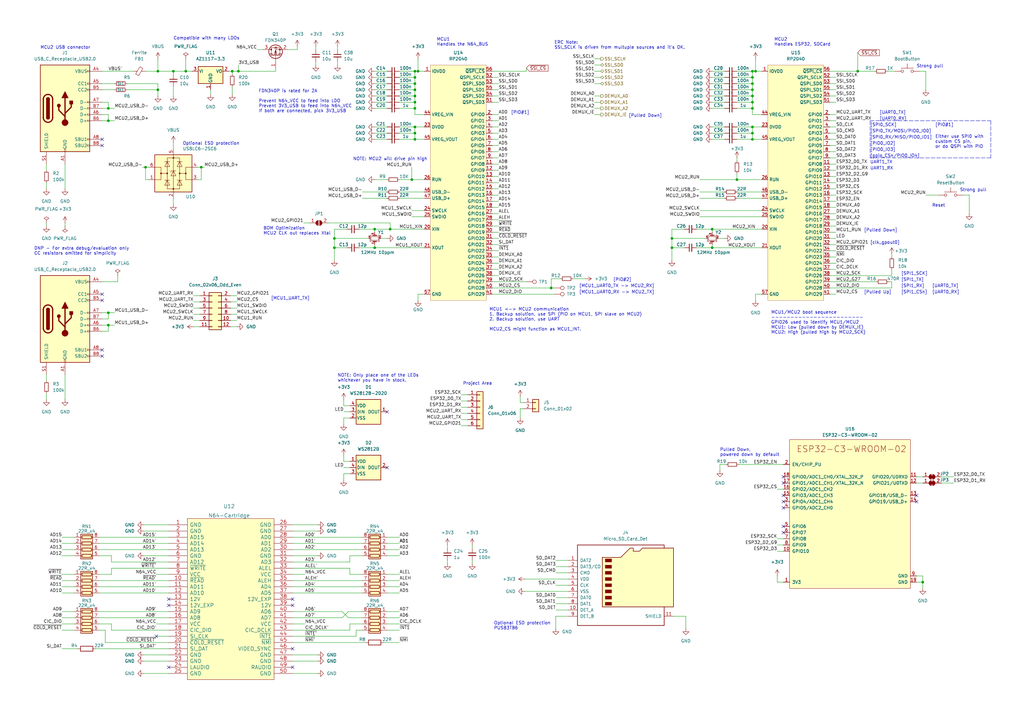
<source format=kicad_sch>
(kicad_sch (version 20211123) (generator eeschema)
  (paper "A3")
  (junction (at 351.79 29.21))
  (junction (at 97.79 29.21))
  (junction (at 308.61 41.91))
  (junction (at 170.18 54.61))
  (junction (at 82.55 68.58))
  (junction (at 378.46 238.76))
  (junction (at 170.18 39.37))
  (junction (at 170.18 57.15))
  (junction (at 308.61 44.45))
  (junction (at 170.18 29.21))
  (junction (at 308.61 39.37))
  (junction (at 137.16 101.6))
  (junction (at 76.2 29.21))
  (junction (at 308.61 54.61))
  (junction (at 153.67 101.6))
  (junction (at 308.61 57.15))
  (junction (at 308.61 31.75))
  (junction (at 275.59 101.6))
  (junction (at 160.02 93.98))
  (junction (at 275.59 97.79))
  (junction (at 308.61 36.83))
  (junction (at 292.1 101.6))
  (junction (at 308.61 52.07))
  (junction (at 44.45 133.35))
  (junction (at 44.45 44.45))
  (junction (at 170.18 52.07))
  (junction (at 137.16 97.79))
  (junction (at 170.18 31.75))
  (junction (at 71.12 29.21))
  (junction (at 226.06 118.11))
  (junction (at 302.26 73.66))
  (junction (at 292.1 93.98))
  (junction (at 64.77 36.83))
  (junction (at 153.67 93.98))
  (junction (at 64.77 29.21))
  (junction (at 309.88 29.21))
  (junction (at 308.61 34.29))
  (junction (at 170.18 34.29))
  (junction (at 170.18 36.83))
  (junction (at 59.69 68.58))
  (junction (at 171.45 29.21))
  (junction (at 170.18 44.45))
  (junction (at 44.45 49.53))
  (junction (at 308.61 29.21))
  (junction (at 170.18 41.91))
  (junction (at 95.25 29.21))
  (junction (at 168.91 73.66))
  (junction (at 44.45 128.27))
  (no_connect (at 158.75 168.91))
  (no_connect (at 41.91 57.15))
  (no_connect (at 375.92 203.2))
  (no_connect (at 41.91 59.69))
  (no_connect (at 321.31 218.44))
  (no_connect (at 69.215 245.745))
  (no_connect (at 64.135 260.985))
  (no_connect (at 321.31 195.58))
  (no_connect (at 321.31 198.12))
  (no_connect (at 69.215 248.285))
  (no_connect (at 41.91 120.65))
  (no_connect (at 120.015 273.685))
  (no_connect (at 41.91 143.51))
  (no_connect (at 69.215 273.685))
  (no_connect (at 321.31 215.9))
  (no_connect (at 321.31 205.74))
  (no_connect (at 41.91 123.19))
  (no_connect (at 375.92 205.74))
  (no_connect (at 120.015 245.745))
  (no_connect (at 158.75 191.77))
  (no_connect (at 321.31 208.28))
  (no_connect (at 41.91 146.05))
  (no_connect (at 321.31 203.2))
  (no_connect (at 120.015 266.065))
  (no_connect (at 120.015 248.285))
  (wire (pts (xy 295.275 193.04) (xy 295.275 190.5)))
  (wire (pts (xy 44.45 128.27) (xy 46.99 128.27)))
  (wire (pts (xy 146.05 260.985) (xy 146.05 258.445)))
  (wire (pts (xy 227.965 232.41) (xy 233.045 232.41)))
  (wire (pts (xy 60.96 73.66) (xy 59.69 73.66)))
  (wire (pts (xy 76.2 24.13) (xy 76.2 29.21)))
  (wire (pts (xy 201.93 80.01) (xy 204.47 80.01)))
  (wire (pts (xy 163.83 81.28) (xy 173.99 81.28)))
  (wire (pts (xy 201.93 87.63) (xy 204.47 87.63)))
  (wire (pts (xy 170.18 57.15) (xy 173.99 57.15)))
  (wire (pts (xy 157.48 263.525) (xy 163.83 263.525)))
  (wire (pts (xy 25.4 255.905) (xy 30.48 255.905)))
  (wire (pts (xy 163.83 78.74) (xy 173.99 78.74)))
  (wire (pts (xy 25.4 258.445) (xy 30.48 258.445)))
  (wire (pts (xy 94.615 128.905) (xy 97.155 128.905)))
  (wire (pts (xy 168.91 88.9) (xy 173.99 88.9)))
  (wire (pts (xy 105.41 20.32) (xy 107.95 20.32)))
  (wire (pts (xy 140.97 171.45) (xy 143.51 171.45)))
  (wire (pts (xy 170.18 41.91) (xy 170.18 44.45)))
  (wire (pts (xy 340.36 52.07) (xy 342.9 52.07)))
  (wire (pts (xy 140.335 253.365) (xy 142.875 250.825)))
  (wire (pts (xy 120.015 230.505) (xy 143.51 230.505)))
  (wire (pts (xy 375.92 195.58) (xy 378.46 195.58)))
  (wire (pts (xy 340.36 69.85) (xy 342.9 69.85)))
  (wire (pts (xy 227.965 250.19) (xy 233.045 250.19)))
  (wire (pts (xy 168.91 86.36) (xy 173.99 86.36)))
  (wire (pts (xy 308.61 29.21) (xy 309.88 29.21)))
  (wire (pts (xy 40.64 222.885) (xy 69.215 222.885)))
  (wire (pts (xy 308.61 31.75) (xy 308.61 34.29)))
  (wire (pts (xy 201.93 92.71) (xy 204.47 92.71)))
  (wire (pts (xy 302.26 73.66) (xy 312.42 73.66)))
  (wire (pts (xy 226.06 118.11) (xy 226.06 114.3)))
  (wire (pts (xy 340.36 90.17) (xy 342.9 90.17)))
  (wire (pts (xy 365.76 113.03) (xy 365.76 110.49)))
  (wire (pts (xy 44.45 133.35) (xy 46.99 133.35)))
  (wire (pts (xy 153.67 101.6) (xy 153.67 100.33)))
  (wire (pts (xy 340.36 110.49) (xy 342.9 110.49)))
  (wire (pts (xy 201.93 100.33) (xy 204.47 100.33)))
  (wire (pts (xy 41.91 46.99) (xy 44.45 46.99)))
  (wire (pts (xy 59.055 268.605) (xy 69.215 268.605)))
  (wire (pts (xy 397.51 80.01) (xy 394.97 80.01)))
  (wire (pts (xy 158.75 258.445) (xy 163.83 258.445)))
  (wire (pts (xy 340.36 62.23) (xy 342.9 62.23)))
  (wire (pts (xy 147.32 101.6) (xy 153.67 101.6)))
  (wire (pts (xy 213.36 165.1) (xy 214.63 165.1)))
  (wire (pts (xy 19.05 67.31) (xy 19.05 69.85)))
  (wire (pts (xy 41.91 115.57) (xy 48.26 115.57)))
  (wire (pts (xy 59.055 227.965) (xy 69.215 227.965)))
  (wire (pts (xy 163.83 31.75) (xy 170.18 31.75)))
  (wire (pts (xy 163.83 52.07) (xy 170.18 52.07)))
  (wire (pts (xy 158.75 255.905) (xy 163.83 255.905)))
  (wire (pts (xy 137.16 97.79) (xy 151.13 97.79)))
  (wire (pts (xy 173.99 93.98) (xy 160.02 93.98)))
  (wire (pts (xy 81.915 133.985) (xy 79.375 133.985)))
  (wire (pts (xy 226.06 114.3) (xy 229.87 114.3)))
  (wire (pts (xy 120.015 263.525) (xy 149.86 263.525)))
  (wire (pts (xy 309.88 120.65) (xy 312.42 120.65)))
  (wire (pts (xy 97.79 26.67) (xy 97.79 29.21)))
  (wire (pts (xy 308.61 39.37) (xy 308.61 41.91)))
  (wire (pts (xy 340.36 100.33) (xy 342.9 100.33)))
  (wire (pts (xy 121.92 20.32) (xy 118.11 20.32)))
  (wire (pts (xy 201.93 69.85) (xy 204.47 69.85)))
  (wire (pts (xy 163.83 36.83) (xy 170.18 36.83)))
  (wire (pts (xy 364.49 115.57) (xy 365.76 115.57)))
  (wire (pts (xy 340.36 31.75) (xy 342.9 31.75)))
  (wire (pts (xy 340.36 36.83) (xy 342.9 36.83)))
  (wire (pts (xy 120.015 227.965) (xy 130.175 227.965)))
  (wire (pts (xy 163.83 44.45) (xy 170.18 44.45)))
  (wire (pts (xy 340.36 82.55) (xy 342.9 82.55)))
  (wire (pts (xy 379.73 80.01) (xy 384.81 80.01)))
  (wire (pts (xy 140.97 194.31) (xy 143.51 194.31)))
  (wire (pts (xy 58.42 68.58) (xy 59.69 68.58)))
  (wire (pts (xy 163.83 73.66) (xy 168.91 73.66)))
  (wire (pts (xy 171.45 29.21) (xy 173.99 29.21)))
  (wire (pts (xy 140.97 173.99) (xy 140.97 171.45)))
  (wire (pts (xy 302.26 52.07) (xy 308.61 52.07)))
  (wire (pts (xy 140.97 168.91) (xy 143.51 168.91)))
  (wire (pts (xy 340.36 74.93) (xy 342.9 74.93)))
  (wire (pts (xy 129.54 25.4) (xy 129.54 26.67)))
  (wire (pts (xy 234.95 114.3) (xy 240.03 114.3)))
  (wire (pts (xy 94.615 133.985) (xy 97.155 133.985)))
  (wire (pts (xy 365.76 104.14) (xy 365.76 105.41)))
  (wire (pts (xy 189.23 169.545) (xy 191.77 169.545)))
  (wire (pts (xy 25.4 250.825) (xy 30.48 250.825)))
  (wire (pts (xy 201.93 59.69) (xy 204.47 59.69)))
  (wire (pts (xy 41.91 133.35) (xy 44.45 133.35)))
  (wire (pts (xy 318.77 220.98) (xy 321.31 220.98)))
  (wire (pts (xy 163.83 54.61) (xy 170.18 54.61)))
  (wire (pts (xy 287.02 88.9) (xy 312.42 88.9)))
  (wire (pts (xy 120.015 250.825) (xy 140.335 250.825)))
  (wire (pts (xy 281.305 257.81) (xy 281.305 252.73)))
  (wire (pts (xy 340.36 46.99) (xy 342.9 46.99)))
  (wire (pts (xy 302.26 54.61) (xy 308.61 54.61)))
  (wire (pts (xy 45.72 230.505) (xy 45.72 227.965)))
  (wire (pts (xy 40.64 258.445) (xy 43.18 258.445)))
  (wire (pts (xy 340.36 59.69) (xy 342.9 59.69)))
  (polyline (pts (xy 356.87 49.53) (xy 406.4 49.53)))
  (wire (pts (xy 189.23 167.005) (xy 191.77 167.005)))
  (wire (pts (xy 120.015 243.205) (xy 148.59 243.205)))
  (wire (pts (xy 201.93 95.25) (xy 204.47 95.25)))
  (wire (pts (xy 153.67 34.29) (xy 158.75 34.29)))
  (wire (pts (xy 158.75 235.585) (xy 163.83 235.585)))
  (wire (pts (xy 189.23 172.085) (xy 191.77 172.085)))
  (wire (pts (xy 44.45 128.27) (xy 44.45 130.81)))
  (wire (pts (xy 143.51 233.045) (xy 143.51 235.585)))
  (wire (pts (xy 201.93 110.49) (xy 204.47 110.49)))
  (wire (pts (xy 308.61 44.45) (xy 308.61 46.99)))
  (wire (pts (xy 226.06 118.11) (xy 227.33 118.11)))
  (wire (pts (xy 160.02 93.98) (xy 153.67 93.98)))
  (wire (pts (xy 243.84 24.13) (xy 246.38 24.13)))
  (wire (pts (xy 142.875 250.825) (xy 148.59 250.825)))
  (wire (pts (xy 40.64 240.665) (xy 69.215 240.665)))
  (wire (pts (xy 292.1 34.29) (xy 297.18 34.29)))
  (wire (pts (xy 201.93 64.77) (xy 204.47 64.77)))
  (wire (pts (xy 41.91 135.89) (xy 44.45 135.89)))
  (wire (pts (xy 120.015 215.265) (xy 130.175 215.265)))
  (wire (pts (xy 201.93 36.83) (xy 204.47 36.83)))
  (wire (pts (xy 153.67 93.98) (xy 153.67 95.25)))
  (wire (pts (xy 153.67 36.83) (xy 158.75 36.83)))
  (wire (pts (xy 81.28 68.58) (xy 82.55 68.58)))
  (wire (pts (xy 64.135 235.585) (xy 69.215 235.585)))
  (wire (pts (xy 170.18 46.99) (xy 173.99 46.99)))
  (wire (pts (xy 227.965 252.73) (xy 233.045 252.73)))
  (wire (pts (xy 156.21 97.79) (xy 158.75 97.79)))
  (wire (pts (xy 302.26 34.29) (xy 308.61 34.29)))
  (wire (pts (xy 275.59 101.6) (xy 280.67 101.6)))
  (wire (pts (xy 213.36 167.64) (xy 213.36 171.45)))
  (wire (pts (xy 48.26 113.03) (xy 48.26 115.57)))
  (wire (pts (xy 170.18 36.83) (xy 170.18 39.37)))
  (wire (pts (xy 201.93 54.61) (xy 204.47 54.61)))
  (wire (pts (xy 340.36 54.61) (xy 342.9 54.61)))
  (wire (pts (xy 308.61 57.15) (xy 312.42 57.15)))
  (wire (pts (xy 158.75 225.425) (xy 163.83 225.425)))
  (wire (pts (xy 153.67 31.75) (xy 158.75 31.75)))
  (wire (pts (xy 137.16 97.79) (xy 137.16 101.6)))
  (wire (pts (xy 302.26 36.83) (xy 308.61 36.83)))
  (wire (pts (xy 64.77 24.13) (xy 64.77 29.21)))
  (wire (pts (xy 120.015 217.805) (xy 130.175 217.805)))
  (wire (pts (xy 379.73 29.21) (xy 377.19 29.21)))
  (wire (pts (xy 120.015 255.905) (xy 125.095 255.905)))
  (wire (pts (xy 201.93 52.07) (xy 204.47 52.07)))
  (wire (pts (xy 318.77 200.66) (xy 321.31 200.66)))
  (wire (pts (xy 201.93 74.93) (xy 204.47 74.93)))
  (wire (pts (xy 215.265 242.57) (xy 233.045 242.57)))
  (wire (pts (xy 153.67 39.37) (xy 158.75 39.37)))
  (wire (pts (xy 170.18 29.21) (xy 171.45 29.21)))
  (polyline (pts (xy 406.4 49.53) (xy 406.4 64.77)))
  (wire (pts (xy 227.965 252.73) (xy 227.965 257.81)))
  (wire (pts (xy 64.77 36.83) (xy 64.77 34.29)))
  (wire (pts (xy 243.84 41.91) (xy 246.38 41.91)))
  (wire (pts (xy 120.015 271.145) (xy 130.175 271.145)))
  (wire (pts (xy 153.67 57.15) (xy 158.75 57.15)))
  (wire (pts (xy 153.67 73.66) (xy 158.75 73.66)))
  (wire (pts (xy 95.25 29.21) (xy 97.79 29.21)))
  (wire (pts (xy 137.16 101.6) (xy 137.16 106.68)))
  (wire (pts (xy 120.015 235.585) (xy 125.095 235.585)))
  (wire (pts (xy 143.51 258.445) (xy 143.51 255.905)))
  (wire (pts (xy 158.75 227.965) (xy 163.83 227.965)))
  (wire (pts (xy 45.72 235.585) (xy 45.72 233.045)))
  (wire (pts (xy 215.265 237.49) (xy 233.045 237.49)))
  (wire (pts (xy 71.12 35.56) (xy 71.12 39.37)))
  (wire (pts (xy 140.97 191.77) (xy 143.51 191.77)))
  (wire (pts (xy 163.83 34.29) (xy 170.18 34.29)))
  (wire (pts (xy 40.64 250.825) (xy 69.215 250.825)))
  (wire (pts (xy 59.055 271.145) (xy 69.215 271.145)))
  (wire (pts (xy 41.91 44.45) (xy 44.45 44.45)))
  (wire (pts (xy 292.1 52.07) (xy 297.18 52.07)))
  (wire (pts (xy 59.055 215.265) (xy 69.215 215.265)))
  (wire (pts (xy 19.05 74.93) (xy 19.05 77.47)))
  (wire (pts (xy 148.59 81.28) (xy 158.75 81.28)))
  (wire (pts (xy 153.67 44.45) (xy 158.75 44.45)))
  (wire (pts (xy 302.26 44.45) (xy 308.61 44.45)))
  (wire (pts (xy 351.79 21.59) (xy 351.79 29.21)))
  (wire (pts (xy 189.23 174.625) (xy 191.77 174.625)))
  (wire (pts (xy 275.59 101.6) (xy 275.59 97.79)))
  (wire (pts (xy 170.18 52.07) (xy 173.99 52.07)))
  (wire (pts (xy 292.1 54.61) (xy 297.18 54.61)))
  (wire (pts (xy 19.05 91.44) (xy 19.05 92.71)))
  (wire (pts (xy 40.64 238.125) (xy 69.215 238.125)))
  (wire (pts (xy 215.9 29.21) (xy 215.9 27.94)))
  (wire (pts (xy 227.965 240.03) (xy 233.045 240.03)))
  (wire (pts (xy 81.915 131.445) (xy 79.375 131.445)))
  (wire (pts (xy 25.4 227.965) (xy 30.48 227.965)))
  (wire (pts (xy 201.93 31.75) (xy 204.47 31.75)))
  (wire (pts (xy 40.64 225.425) (xy 69.215 225.425)))
  (wire (pts (xy 170.18 44.45) (xy 170.18 46.99)))
  (wire (pts (xy 137.16 93.98) (xy 137.16 97.79)))
  (wire (pts (xy 25.4 225.425) (xy 30.48 225.425)))
  (wire (pts (xy 287.02 73.66) (xy 302.26 73.66)))
  (wire (pts (xy 302.895 190.5) (xy 321.31 190.5)))
  (wire (pts (xy 285.75 93.98) (xy 292.1 93.98)))
  (wire (pts (xy 140.97 189.23) (xy 143.51 189.23)))
  (wire (pts (xy 227.965 234.95) (xy 233.045 234.95)))
  (wire (pts (xy 39.37 266.065) (xy 69.215 266.065)))
  (wire (pts (xy 44.45 44.45) (xy 46.99 44.45)))
  (wire (pts (xy 189.23 164.465) (xy 191.77 164.465)))
  (wire (pts (xy 201.93 29.21) (xy 215.9 29.21)))
  (wire (pts (xy 153.67 29.21) (xy 158.75 29.21)))
  (wire (pts (xy 94.615 131.445) (xy 97.155 131.445)))
  (wire (pts (xy 340.36 41.91) (xy 342.9 41.91)))
  (wire (pts (xy 120.015 222.885) (xy 148.59 222.885)))
  (wire (pts (xy 41.91 36.83) (xy 46.99 36.83)))
  (wire (pts (xy 201.93 105.41) (xy 204.47 105.41)))
  (wire (pts (xy 340.36 113.03) (xy 365.76 113.03)))
  (wire (pts (xy 113.03 27.94) (xy 113.03 29.21)))
  (wire (pts (xy 45.72 230.505) (xy 69.215 230.505)))
  (wire (pts (xy 243.84 44.45) (xy 246.38 44.45)))
  (wire (pts (xy 386.08 195.58) (xy 391.16 195.58)))
  (wire (pts (xy 143.51 230.505) (xy 143.51 227.965)))
  (wire (pts (xy 25.4 235.585) (xy 30.48 235.585)))
  (wire (pts (xy 137.16 93.98) (xy 142.24 93.98)))
  (wire (pts (xy 163.83 41.91) (xy 170.18 41.91)))
  (wire (pts (xy 71.12 29.21) (xy 76.2 29.21)))
  (wire (pts (xy 275.59 106.68) (xy 275.59 101.6)))
  (wire (pts (xy 201.93 97.79) (xy 204.47 97.79)))
  (wire (pts (xy 170.18 31.75) (xy 170.18 34.29)))
  (wire (pts (xy 41.91 34.29) (xy 46.99 34.29)))
  (wire (pts (xy 213.36 167.64) (xy 214.63 167.64)))
  (wire (pts (xy 140.97 163.83) (xy 140.97 166.37)))
  (wire (pts (xy 227.965 229.87) (xy 233.045 229.87)))
  (wire (pts (xy 153.67 54.61) (xy 158.75 54.61)))
  (wire (pts (xy 292.1 36.83) (xy 297.18 36.83)))
  (wire (pts (xy 143.51 235.585) (xy 148.59 235.585)))
  (wire (pts (xy 201.93 85.09) (xy 204.47 85.09)))
  (wire (pts (xy 294.64 97.79) (xy 297.18 97.79)))
  (wire (pts (xy 44.45 46.99) (xy 44.45 49.53)))
  (wire (pts (xy 26.67 91.44) (xy 26.67 92.71)))
  (wire (pts (xy 201.93 120.65) (xy 227.33 120.65)))
  (wire (pts (xy 287.02 78.74) (xy 297.18 78.74)))
  (wire (pts (xy 120.015 225.425) (xy 148.59 225.425)))
  (wire (pts (xy 363.855 29.21) (xy 367.03 29.21)))
  (wire (pts (xy 40.64 253.365) (xy 69.215 253.365)))
  (wire (pts (xy 93.98 29.21) (xy 95.25 29.21)))
  (wire (pts (xy 25.4 222.885) (xy 30.48 222.885)))
  (wire (pts (xy 318.77 226.06) (xy 321.31 226.06)))
  (wire (pts (xy 64.135 260.985) (xy 69.215 260.985)))
  (wire (pts (xy 302.26 39.37) (xy 308.61 39.37)))
  (wire (pts (xy 201.93 102.87) (xy 204.47 102.87)))
  (wire (pts (xy 19.05 161.29) (xy 19.05 163.83)))
  (wire (pts (xy 45.72 255.905) (xy 40.64 255.905)))
  (wire (pts (xy 45.72 233.045) (xy 69.215 233.045)))
  (wire (pts (xy 189.23 161.925) (xy 191.77 161.925)))
  (wire (pts (xy 64.77 39.37) (xy 64.77 36.83)))
  (wire (pts (xy 340.36 85.09) (xy 342.9 85.09)))
  (wire (pts (xy 302.26 31.75) (xy 308.61 31.75)))
  (wire (pts (xy 97.79 29.21) (xy 113.03 29.21)))
  (wire (pts (xy 201.93 41.91) (xy 204.47 41.91)))
  (wire (pts (xy 340.36 64.77) (xy 342.9 64.77)))
  (wire (pts (xy 275.59 97.79) (xy 289.56 97.79)))
  (wire (pts (xy 153.67 41.91) (xy 158.75 41.91)))
  (wire (pts (xy 40.64 220.345) (xy 69.215 220.345)))
  (wire (pts (xy 292.1 31.75) (xy 297.18 31.75)))
  (wire (pts (xy 134.62 91.44) (xy 160.02 91.44)))
  (wire (pts (xy 378.46 241.3) (xy 378.46 238.76)))
  (wire (pts (xy 44.45 41.91) (xy 44.45 44.45)))
  (wire (pts (xy 183.515 229.87) (xy 183.515 231.14)))
  (wire (pts (xy 26.67 67.31) (xy 26.67 77.47)))
  (wire (pts (xy 59.055 276.225) (xy 69.215 276.225)))
  (wire (pts (xy 140.97 196.85) (xy 140.97 194.31)))
  (wire (pts (xy 201.93 46.99) (xy 204.47 46.99)))
  (wire (pts (xy 82.55 73.66) (xy 82.55 68.58)))
  (wire (pts (xy 308.61 54.61) (xy 308.61 57.15)))
  (wire (pts (xy 158.75 222.885) (xy 163.83 222.885)))
  (wire (pts (xy 340.36 57.15) (xy 342.9 57.15)))
  (wire (pts (xy 397.51 80.01) (xy 397.51 87.63)))
  (wire (pts (xy 308.61 29.21) (xy 308.61 31.75)))
  (wire (pts (xy 243.84 39.37) (xy 246.38 39.37)))
  (wire (pts (xy 26.67 153.67) (xy 26.67 163.83)))
  (wire (pts (xy 340.36 29.21) (xy 351.79 29.21)))
  (wire (pts (xy 227.965 245.11) (xy 233.045 245.11)))
  (wire (pts (xy 168.91 73.66) (xy 173.99 73.66)))
  (wire (pts (xy 158.75 220.345) (xy 163.83 220.345)))
  (wire (pts (xy 120.015 238.125) (xy 148.59 238.125)))
  (wire (pts (xy 308.61 46.99) (xy 312.42 46.99)))
  (wire (pts (xy 213.36 162.56) (xy 213.36 165.1)))
  (wire (pts (xy 52.07 36.83) (xy 64.77 36.83)))
  (wire (pts (xy 340.36 80.01) (xy 342.9 80.01)))
  (wire (pts (xy 295.275 190.5) (xy 297.815 190.5)))
  (wire (pts (xy 287.02 81.28) (xy 297.18 81.28)))
  (wire (pts (xy 120.015 276.225) (xy 130.175 276.225)))
  (wire (pts (xy 146.05 258.445) (xy 148.59 258.445)))
  (wire (pts (xy 292.1 41.91) (xy 297.18 41.91)))
  (wire (pts (xy 292.1 93.98) (xy 292.1 95.25)))
  (wire (pts (xy 120.015 233.045) (xy 143.51 233.045)))
  (wire (pts (xy 163.83 39.37) (xy 170.18 39.37)))
  (wire (pts (xy 158.75 253.365) (xy 163.83 253.365)))
  (wire (pts (xy 193.675 223.52) (xy 193.675 224.79)))
  (wire (pts (xy 312.42 93.98) (xy 292.1 93.98)))
  (wire (pts (xy 351.79 29.21) (xy 358.775 29.21)))
  (wire (pts (xy 309.88 123.19) (xy 309.88 120.65)))
  (wire (pts (xy 201.93 82.55) (xy 204.47 82.55)))
  (wire (pts (xy 82.55 68.58) (xy 83.82 68.58)))
  (wire (pts (xy 41.91 29.21) (xy 54.61 29.21)))
  (wire (pts (xy 81.915 126.365) (xy 79.375 126.365)))
  (wire (pts (xy 243.84 46.99) (xy 246.38 46.99)))
  (wire (pts (xy 163.83 57.15) (xy 170.18 57.15)))
  (wire (pts (xy 158.75 238.125) (xy 163.83 238.125)))
  (wire (pts (xy 340.36 72.39) (xy 342.9 72.39)))
  (wire (pts (xy 201.93 72.39) (xy 204.47 72.39)))
  (wire (pts (xy 137.16 101.6) (xy 142.24 101.6)))
  (wire (pts (xy 120.015 220.345) (xy 148.59 220.345)))
  (wire (pts (xy 275.59 97.79) (xy 275.59 93.98)))
  (wire (pts (xy 43.18 263.525) (xy 69.215 263.525)))
  (wire (pts (xy 309.88 24.13) (xy 309.88 29.21)))
  (wire (pts (xy 120.015 240.665) (xy 148.59 240.665)))
  (wire (pts (xy 94.615 126.365) (xy 97.155 126.365)))
  (wire (pts (xy 95.25 35.56) (xy 95.25 38.735)))
  (wire (pts (xy 143.51 255.905) (xy 148.59 255.905)))
  (wire (pts (xy 243.84 31.75) (xy 246.38 31.75)))
  (wire (pts (xy 183.515 223.52) (xy 183.515 224.79)))
  (wire (pts (xy 302.26 81.28) (xy 312.42 81.28)))
  (wire (pts (xy 318.77 238.76) (xy 321.31 238.76)))
  (wire (pts (xy 243.84 34.29) (xy 246.38 34.29)))
  (wire (pts (xy 292.1 29.21) (xy 297.18 29.21)))
  (wire (pts (xy 340.36 87.63) (xy 342.9 87.63)))
  (wire (pts (xy 302.26 71.12) (xy 302.26 73.66)))
  (wire (pts (xy 302.26 41.91) (xy 308.61 41.91)))
  (wire (pts (xy 201.93 34.29) (xy 204.47 34.29)))
  (wire (pts (xy 292.1 44.45) (xy 297.18 44.45)))
  (wire (pts (xy 59.69 73.66) (xy 59.69 68.58)))
  (wire (pts (xy 138.43 19.05) (xy 138.43 20.32)))
  (wire (pts (xy 170.18 52.07) (xy 170.18 54.61)))
  (wire (pts (xy 318.77 223.52) (xy 321.31 223.52)))
  (wire (pts (xy 302.26 78.74) (xy 312.42 78.74)))
  (wire (pts (xy 243.84 29.21) (xy 246.38 29.21)))
  (wire (pts (xy 44.45 49.53) (xy 46.99 49.53)))
  (wire (pts (xy 170.18 39.37) (xy 170.18 41.91)))
  (wire (pts (xy 201.93 39.37) (xy 204.47 39.37)))
  (wire (pts (xy 340.36 120.65) (xy 342.9 120.65)))
  (wire (pts (xy 340.36 34.29) (xy 342.9 34.29)))
  (wire (pts (xy 81.915 128.905) (xy 79.375 128.905)))
  (wire (pts (xy 71.12 81.28) (xy 71.12 83.82)))
  (wire (pts (xy 64.77 29.21) (xy 71.12 29.21)))
  (wire (pts (xy 52.07 34.29) (xy 64.77 34.29)))
  (wire (pts (xy 25.4 220.345) (xy 30.48 220.345)))
  (wire (pts (xy 302.26 64.77) (xy 302.26 66.04)))
  (wire (pts (xy 41.91 41.91) (xy 44.45 41.91)))
  (wire (pts (xy 340.36 39.37) (xy 342.9 39.37)))
  (wire (pts (xy 340.36 102.87) (xy 342.9 102.87)))
  (wire (pts (xy 292.1 57.15) (xy 297.18 57.15)))
  (wire (pts (xy 379.73 29.21) (xy 379.73 36.83)))
  (wire (pts (xy 302.26 29.21) (xy 308.61 29.21)))
  (wire (pts (xy 340.36 92.71) (xy 342.9 92.71)))
  (wire (pts (xy 121.92 19.05) (xy 121.92 20.32)))
  (wire (pts (xy 201.93 115.57) (xy 215.9 115.57)))
  (wire (pts (xy 340.36 115.57) (xy 359.41 115.57)))
  (wire (pts (xy 160.02 91.44) (xy 160.02 93.98)))
  (wire (pts (xy 193.675 229.87) (xy 193.675 231.14)))
  (wire (pts (xy 25.4 253.365) (xy 30.48 253.365)))
  (wire (pts (xy 45.72 227.965) (xy 40.64 227.965)))
  (wire (pts (xy 201.93 107.95) (xy 204.47 107.95)))
  (wire (pts (xy 308.61 36.83) (xy 308.61 39.37)))
  (wire (pts (xy 340.36 49.53) (xy 342.9 49.53)))
  (wire (pts (xy 201.93 62.23) (xy 204.47 62.23)))
  (wire (pts (xy 120.015 268.605) (xy 130.175 268.605)))
  (wire (pts (xy 140.97 186.69) (xy 140.97 189.23)))
  (wire (pts (xy 171.45 123.19) (xy 171.45 120.65)))
  (wire (pts (xy 86.36 36.83) (xy 86.36 38.735)))
  (wire (pts (xy 171.45 24.13) (xy 171.45 29.21)))
  (wire (pts (xy 158.75 240.665) (xy 163.83 240.665)))
  (wire (pts (xy 170.18 29.21) (xy 170.18 31.75)))
  (wire (pts (xy 309.88 29.21) (xy 312.42 29.21)))
  (wire (pts (xy 140.335 250.825) (xy 142.875 253.365)))
  (wire (pts (xy 95.25 29.21) (xy 95.25 30.48)))
  (wire (pts (xy 340.36 97.79) (xy 342.9 97.79)))
  (wire (pts (xy 168.91 68.58) (xy 168.91 73.66)))
  (wire (pts (xy 170.18 34.29) (xy 170.18 36.83)))
  (wire (pts (xy 170.18 54.61) (xy 170.18 57.15)))
  (wire (pts (xy 94.615 123.825) (xy 97.155 123.825)))
  (wire (pts (xy 158.75 250.825) (xy 163.83 250.825)))
  (wire (pts (xy 25.4 240.665) (xy 30.48 240.665)))
  (wire (pts (xy 44.45 133.35) (xy 44.45 135.89)))
  (wire (pts (xy 64.135 255.905) (xy 69.215 255.905)))
  (wire (pts (xy 201.93 77.47) (xy 204.47 77.47)))
  (wire (pts (xy 308.61 34.29) (xy 308.61 36.83)))
  (wire (pts (xy 19.05 153.67) (xy 19.05 156.21)))
  (polyline (pts (xy 356.87 49.53) (xy 356.87 64.77)))
  (wire (pts (xy 340.36 95.25) (xy 342.9 95.25)))
  (wire (pts (xy 81.915 123.825) (xy 79.375 123.825)))
  (wire (pts (xy 308.61 41.91) (xy 308.61 44.45)))
  (wire (pts (xy 378.46 238.76) (xy 378.46 236.22)))
  (wire (pts (xy 375.92 236.22) (xy 378.46 236.22)))
  (wire (pts (xy 201.93 118.11) (xy 226.06 118.11)))
  (wire (pts (xy 340.36 67.31) (xy 342.9 67.31)))
  (wire (pts (xy 25.4 266.065) (xy 31.75 266.065)))
  (wire (pts (xy 71.12 29.21) (xy 71.12 30.48)))
  (wire (pts (xy 120.015 260.985) (xy 146.05 260.985)))
  (wire (pts (xy 318.77 236.22) (xy 318.77 238.76)))
  (wire (pts (xy 59.69 29.21) (xy 64.77 29.21)))
  (wire (pts (xy 292.1 101.6) (xy 292.1 100.33)))
  (wire (pts (xy 312.42 101.6) (xy 292.1 101.6)))
  (wire (pts (xy 287.02 86.36) (xy 312.42 86.36)))
  (wire (pts (xy 138.43 25.4) (xy 138.43 26.67)))
  (wire (pts (xy 129.54 19.05) (xy 129.54 20.32)))
  (wire (pts (xy 340.36 118.11) (xy 365.76 118.11)))
  (wire (pts (xy 94.615 121.285) (xy 97.155 121.285)))
  (wire (pts (xy 81.28 73.66) (xy 82.55 73.66)))
  (wire (pts (xy 41.91 130.81) (xy 44.45 130.81)))
  (wire (pts (xy 147.32 93.98) (xy 153.67 93.98)))
  (wire (pts (xy 201.93 57.15) (xy 204.47 57.15)))
  (wire (pts (xy 41.91 49.53) (xy 44.45 49.53)))
  (wire (pts (xy 340.36 105.41) (xy 342.9 105.41)))
  (wire (pts (xy 25.4 238.125) (xy 30.48 238.125)))
  (wire (pts (xy 43.18 258.445) (xy 43.18 263.525)))
  (wire (pts (xy 375.92 198.12) (xy 378.46 198.12)))
  (wire (pts (xy 201.93 49.53) (xy 204.47 49.53)))
  (wire (pts (xy 201.93 67.31) (xy 204.47 67.31)))
  (wire (pts (xy 163.83 29.21) (xy 170.18 29.21)))
  (wire (pts (xy 120.015 253.365) (xy 140.335 253.365)))
  (wire (pts (xy 201.93 90.17) (xy 204.47 90.17)))
  (wire (pts (xy 308.61 52.07) (xy 308.61 54.61)))
  (wire (pts (xy 292.1 39.37) (xy 297.18 39.37)))
  (wire (pts (xy 25.4 243.205) (xy 30.48 243.205)))
  (wire (pts (xy 201.93 113.03) (xy 204.47 113.03)))
  (wire (pts (xy 281.305 252.73) (xy 276.225 252.73)))
  (wire (pts (xy 81.915 121.285) (xy 79.375 121.285)))
  (wire (pts (xy 143.51 227.965) (xy 148.59 227.965)))
  (wire (pts (xy 173.99 101.6) (xy 153.67 101.6)))
  (wire (pts (xy 59.69 68.58) (xy 60.96 68.58)))
  (wire (pts (xy 171.45 120.65) (xy 173.99 120.65)))
  (wire (pts (xy 71.12 58.42) (xy 71.12 60.96)))
  (wire (pts (xy 386.08 198.12) (xy 391.16 198.12)))
  (wire (pts (xy 340.36 107.95) (xy 342.9 107.95)))
  (wire (pts (xy 275.59 93.98) (xy 280.67 93.98)))
  (wire (pts (xy 124.46 91.44) (xy 127 91.44)))
  (wire (pts (xy 120.015 258.445) (xy 143.51 258.445)))
  (wire (pts (xy 308.61 52.07) (xy 312.42 52.07)))
  (wire (pts (xy 142.875 253.365) (xy 148.59 253.365)))
  (wire (pts (xy 340.36 77.47) (xy 342.9 77.47)))
  (polyline (pts (xy 406.4 64.77) (xy 356.87 64.77)))
  (wire (pts (xy 375.92 238.76) (xy 378.46 238.76)))
  (wire (pts (xy 140.97 166.37) (xy 143.51 166.37)))
  (wire (pts (xy 153.67 52.07) (xy 158.75 52.07)))
  (wire (pts (xy 40.64 243.205) (xy 69.215 243.205)))
  (wire (pts (xy 285.75 101.6) (xy 292.1 101.6)))
  (wire (pts (xy 45.72 258.445) (xy 45.72 255.905)))
  (wire (pts (xy 158.75 243.205) (xy 163.83 243.205)))
  (wire (pts (xy 40.64 235.585) (xy 45.72 235.585)))
  (wire (pts (xy 41.91 128.27) (xy 44.45 128.27)))
  (wire (pts (xy 148.59 78.74) (xy 158.75 78.74)))
  (wire (pts (xy 59.055 217.805) (xy 69.215 217.805)))
  (wire (pts (xy 243.84 26.67) (xy 246.38 26.67)))
  (wire (pts (xy 365.76 115.57) (xy 365.76 118.11)))
  (wire (pts (xy 302.26 57.15) (xy 308.61 57.15)))
  (wire (pts (xy 45.72 258.445) (xy 69.215 258.445)))
  (wire (pts (xy 227.965 247.65) (xy 233.045 247.65)))
  (wire (pts (xy 76.2 29.21) (xy 78.74 29.21)))
  (text "[UART0_TX]" (at 382.27 118.11 0) (effects (font (size 1.27 1.27)) (justify left bottom)))
  (text "[PIO0_IO2]" (at 356.87 59.69 0) (effects (font (size 1.27 1.27)) (justify left bottom)))
  (text "[Pulled Up]" (at 354.33 120.65 0) (effects (font (size 1.27 1.27)) (justify left bottom)))
  (text "[clk_gpout0]" (at 356.87 100.33 0) (effects (font (size 1.27 1.27)) (justify left bottom)))
  (text "UART1_TX" (at 356.87 67.31 0) (effects (font (size 1.27 1.27)) (justify left bottom)))
  (text "[MCU1_UART0_RX -> MCU2_TX]" (at 237.49 120.65 0) (effects (font (size 1.27 1.27)) (justify left bottom)))
  (text "NOTE: MCU2 will drive pin high" (at 144.78 66.04 0) (effects (font (size 1.27 1.27)) (justify left bottom)))
  (text "[Pulled Down]" (at 354.33 95.25 0) (effects (font (size 1.27 1.27)) (justify left bottom)))
  (text "[Pulled Down]" (at 257.81 48.26 0) (effects (font (size 1.27 1.27)) (justify left bottom)))
  (text "Strong pull" (at 375.92 27.94 0) (effects (font (size 1.27 1.27)) (justify left bottom)))
  (text "[UART0_RX]" (at 382.27 120.65 0) (effects (font (size 1.27 1.27)) (justify left bottom)))
  (text "MCU2\nHandles ESP32, SDCard" (at 317.5 19.05 0) (effects (font (size 1.27 1.27)) (justify left bottom)))
  (text "FDN340P is rated for 2A\n\nPrevent N64_VCC to feed into LDO\nPrevent 3V3_USB to feed into N64_VCC\nIf both are connected, pick 3V3_USB\n" (at 106.045 46.355 0) (effects (font (size 1.27 1.27)) (justify left bottom)))
  (text "Optional ESD protection\nPUSB3TB6" (at 202.565 258.445 0) (effects (font (size 1.27 1.27)) (justify left bottom)))
  (text "NOTE: Only place one of the LEDs\nwhichever you have in stock." (at 138.43 156.845 0) (effects (font (size 1.27 1.27)) (justify left bottom)))
  (text "[PIO#1]" (at 383.54 52.07 0) (effects (font (size 1.27 1.27)) (justify left bottom)))
  (text "Compatible with many LDOs" (at 71.12 16.51 0) (effects (font (size 1.27 1.27)) (justify left bottom)))
  (text "UART1_RX" (at 356.87 69.85 0) (effects (font (size 1.27 1.27)) (justify left bottom)))
  (text "BOM Optimization\nMCU2 CLK out replaces Xtal" (at 107.95 96.52 0) (effects (font (size 1.27 1.27)) (justify left bottom)))
  (text "[SPI1_SCK]" (at 369.57 113.03 0) (effects (font (size 1.27 1.27)) (justify left bottom)))
  (text "[SPI0_TX/MOSI/PIO0_IO0]" (at 356.87 54.61 0) (effects (font (size 1.27 1.27)) (justify left bottom)))
  (text "MCU1/MCU2 boot sequence\n------------------------\nGPIO26 used to identify MCU1/MCU2\nMCU1: Low (pulled down by DEMUX_IE)\nMCU2: High (pulled high by MCU2_SCK)" (at 316.23 137.16 0) (effects (font (size 1.27 1.27)) (justify left bottom)))
  (text "[PIO#1]" (at 209.55 46.99 0) (effects (font (size 1.27 1.27)) (justify left bottom)))
  (text "[SPI0_SCK]" (at 356.87 52.07 0) (effects (font (size 1.27 1.27)) (justify left bottom)))
  (text "Project Area" (at 189.865 158.115 0) (effects (font (size 1.27 1.27)) (justify left bottom)))
  (text "[UART0_TX]" (at 360.68 46.99 0) (effects (font (size 1.27 1.27)) (justify left bottom)))
  (text "Either use SPI0 with\ncustom CS pin,\nor do QSPI with PIO" (at 383.54 60.96 0) (effects (font (size 1.27 1.27)) (justify left bottom)))
  (text "[MCU1_UART_TX]" (at 111.125 123.19 0) (effects (font (size 1.27 1.27)) (justify left bottom)))
  (text "[SPI1_TX]" (at 369.57 115.57 0) (effects (font (size 1.27 1.27)) (justify left bottom)))
  (text "Strong pull" (at 393.7 78.74 0) (effects (font (size 1.27 1.27)) (justify left bottom)))
  (text "[MCU1_UART0_TX -> MCU2_RX]" (at 237.49 118.11 0) (effects (font (size 1.27 1.27)) (justify left bottom)))
  (text "[SPI1_RX]" (at 369.57 118.11 0) (effects (font (size 1.27 1.27)) (justify left bottom)))
  (text "ERC Note:\nSSI_SCLK is driven from multuple sources and it's OK." (at 227.33 20.32 0) (effects (font (size 1.27 1.27)) (justify left bottom)))
  (text "[UART0_RX]" (at 360.68 49.53 0) (effects (font (size 1.27 1.27)) (justify left bottom)))
  (text "MCU2 USB connector" (at 16.51 20.32 0) (effects (font (size 1.27 1.27)) (justify left bottom)))
  (text "[PIO0_IO3]" (at 356.87 62.23 0) (effects (font (size 1.27 1.27)) (justify left bottom)))
  (text "[PIO#2]" (at 251.46 115.57 0) (effects (font (size 1.27 1.27)) (justify left bottom)))
  (text "Optional ESD protection" (at 74.93 59.69 0) (effects (font (size 1.27 1.27)) (justify left bottom)))
  (text "MCU1 <-> MCU2 communication\n1. Backup solution, use SPI (PIO on MCU1, SPI slave on MCU2)\n2. Backup solution, use UART\n\nMCU2_CS might function as MCU1_INT." (at 200.66 135.89 0) (effects (font (size 1.27 1.27)) (justify left bottom)))
  (text "Reset\n" (at 382.27 85.09 0) (effects (font (size 1.27 1.27)) (justify left bottom)))
  (text "[SPI0_RX/MISO/PIO0_IO1]" (at 356.87 57.15 0) (effects (font (size 1.27 1.27)) (justify left bottom)))
  (text "Pulled Down, \npowered down by default" (at 295.275 187.325 0) (effects (font (size 1.27 1.27)) (justify left bottom)))
  (text "DNP - For extra debug/evaluation only\nCC resistors omitted for simplicity" (at 13.97 104.775 0) (effects (font (size 1.27 1.27)) (justify left bottom)))
  (text "MCU1\nHandles the N64_BUS" (at 179.07 19.05 0) (effects (font (size 1.27 1.27)) (justify left bottom)))
  (text "[gpio_CSn/PIO0_IO4]" (at 356.87 64.77 0) (effects (font (size 1.27 1.27)) (justify left bottom)))
  (text "[SPI1_CSn]" (at 369.57 120.65 0) (effects (font (size 1.27 1.27)) (justify left bottom)))
  (label "CIC_DIO" (at 25.4 255.905 180))
  (label "ESP32_CS" (at 342.9 77.47 0))
  (label "AD4" (at 163.83 240.665 0))
  (label "~{WRITE'}" (at 64.135 233.045 180))
  (label "SSI_SD0" (at 243.84 26.67 180))
  (label "LED" (at 342.9 97.79 0))
  (label "DEMUX_A1" (at 204.47 107.95 0))
  (label "AD9'" (at 64.135 250.825 180))
  (label "SD_CLK" (at 227.965 240.03 180))
  (label "~{NMI}" (at 342.9 105.41 0))
  (label "AD11" (at 204.47 74.93 0))
  (label "ESP32_D2_G9" (at 342.9 72.39 0))
  (label "MCU2_XOUT" (at 309.88 101.6 180))
  (label "MCU2_CS" (at 204.47 118.11 0))
  (label "DEMUX_A2" (at 204.47 110.49 0))
  (label "DEMUX_IE" (at 204.47 113.03 0))
  (label "SD_CMD" (at 342.9 54.61 0))
  (label "AD12" (at 25.4 227.965 180))
  (label "MCU2_UART_TX" (at 79.375 123.825 180))
  (label "MCU2_XIN" (at 309.88 93.98 180))
  (label "AD6'" (at 125.095 250.825 0))
  (label "SI_DAT" (at 25.4 266.065 180))
  (label "MCU2_GPIO21" (at 189.23 174.625 180))
  (label "SSI_SCLK" (at 204.47 31.75 0))
  (label "MCU2_USB_D+" (at 83.82 68.58 0))
  (label "MCU2_USB_D+" (at 46.99 49.53 0))
  (label "AD0'" (at 125.095 220.345 0))
  (label "AD7" (at 163.83 250.825 0))
  (label "AD10" (at 204.47 72.39 0))
  (label "AD3" (at 204.47 54.61 0))
  (label "N64_VCC" (at 105.41 20.32 180))
  (label "ESP32_D0_TX" (at 189.23 164.465 180))
  (label "MCU2_DIO" (at 204.47 120.65 0))
  (label "SSI_SD3" (at 342.9 41.91 0))
  (label "SSI_SD3" (at 243.84 34.29 180))
  (label "SSI_SD2" (at 243.84 31.75 180))
  (label "MCU1_SWDIO" (at 168.91 88.9 180))
  (label "SD_DAT1" (at 342.9 59.69 0))
  (label "CIC_DCLK" (at 163.83 255.905 0))
  (label "AD11'" (at 64.135 240.665 180))
  (label "SSI_SD1" (at 342.9 36.83 0))
  (label "AD15" (at 25.4 220.345 180))
  (label "MCU1_SWCLK" (at 97.155 128.905 0))
  (label "SD_DAT3" (at 227.965 232.41 180))
  (label "MCU2_SWDIO" (at 287.02 88.9 180))
  (label "VBUS'" (at 44.45 29.21 0))
  (label "MCU1_XOUT" (at 173.355 101.6 180))
  (label "AD11" (at 25.4 240.665 180))
  (label "AD14" (at 204.47 82.55 0))
  (label "MCU1_RUN" (at 97.155 131.445 0))
  (label "ALEH'" (at 125.095 238.125 0))
  (label "MCU2_GPIO21" (at 97.155 121.285 0))
  (label "ESP32_D1_RX" (at 391.16 198.12 0))
  (label "SI_DAT" (at 204.47 100.33 0))
  (label "AD0" (at 204.47 46.99 0))
  (label "MCU2_CS" (at 97.155 123.825 0))
  (label "AD15'" (at 64.135 220.345 180))
  (label "DEMUX_A0" (at 243.84 39.37 180))
  (label "SSI_SCLK" (at 342.9 31.75 0))
  (label "MCU2_SWCLK" (at 79.375 128.905 180))
  (label "AD8" (at 204.47 67.31 0))
  (label "MCU2_RUN" (at 287.02 73.66 180))
  (label "MCU2_USB_D-" (at 58.42 68.58 180))
  (label "AD15" (at 204.47 85.09 0))
  (label "ALEH" (at 163.83 238.125 0))
  (label "SSI_SD1" (at 243.84 29.21 180))
  (label "AD0" (at 163.83 220.345 0))
  (label "ESP32_EN" (at 342.9 82.55 0))
  (label "DEMUX_A2" (at 342.9 90.17 0))
  (label "~{READ'}" (at 64.135 238.125 180))
  (label "DEMUX_A0" (at 204.47 105.41 0))
  (label "AD5" (at 163.83 243.205 0))
  (label "MCU2_SWDIO" (at 79.375 126.365 180))
  (label "MCU2_GPIO21" (at 124.46 91.44 180))
  (label "SSI_SD2" (at 342.9 39.37 0))
  (label "MCU2_USB_D-" (at 46.99 44.45 0))
  (label "~{INT1'}" (at 125.095 260.985 0))
  (label "~{NMI}" (at 163.83 263.525 0))
  (label "~{COLD_RESET}" (at 25.4 258.445 180))
  (label "~{NMI'}" (at 125.095 263.525 0))
  (label "AD14'" (at 64.135 222.885 180))
  (label "~{WRITE}" (at 25.4 235.585 180))
  (label "ALEL'" (at 125.095 233.045 0))
  (label "ESP32_D3" (at 342.9 74.93 0))
  (label "AD7'" (at 125.095 253.365 0))
  (label "SD_CLK" (at 342.9 52.07 0))
  (label "SSI_SD3" (at 204.47 41.91 0))
  (label "~{READ}" (at 25.4 238.125 180))
  (label "~{COLD_RESET}" (at 342.9 102.87 0))
  (label "N64_VCC" (at 64.135 255.905 180))
  (label "AD3'" (at 125.095 230.505 0))
  (label "MCU1_SWCLK" (at 168.91 86.36 180))
  (label "AD13" (at 204.47 80.01 0))
  (label "SD_DAT3" (at 342.9 64.77 0))
  (label "~{COLD_RESET}" (at 204.47 97.79 0))
  (label "AD8'" (at 64.135 253.365 180))
  (label "LED" (at 140.97 168.91 180))
  (label "~{WRITE}" (at 204.47 92.71 0))
  (label "MCU2_RUN" (at 79.375 131.445 180))
  (label "AD7" (at 204.47 64.77 0))
  (label "MCU1_USB_D-" (at 46.99 128.27 0))
  (label "MCU2_UART_RX" (at 79.375 121.285 180))
  (label "MCU2_CS" (at 342.9 120.65 0))
  (label "AD2'" (at 125.095 225.425 0))
  (label "ESP32_CS" (at 318.77 200.66 180))
  (label "ESP32_D1_RX" (at 342.9 69.85 0))
  (label "CIC_DCLK" (at 342.9 110.49 0))
  (label "AD10'" (at 64.135 243.205 180))
  (label "N64_VCC" (at 125.095 255.905 0))
  (label "MCU1_SWDIO" (at 97.155 126.365 0))
  (label "DEMUX_A1" (at 342.9 87.63 0))
  (label "AD5'" (at 125.095 243.205 0))
  (label "AD1" (at 163.83 222.885 0))
  (label "SSI_SD0" (at 204.47 34.29 0))
  (label "ESP32_D2_G9" (at 318.77 223.52 180))
  (label "MCU2_DIO" (at 342.9 118.11 0))
  (label "ALEL" (at 163.83 235.585 0))
  (label "SD_DAT0" (at 342.9 57.15 0))
  (label "DEMUX_A2" (at 243.84 44.45 180))
  (label "ALEH" (at 204.47 90.17 0))
  (label "MCU2_SCK" (at 204.47 115.57 0))
  (label "SD_DAT0" (at 227.965 245.11 180))
  (label "AD9" (at 204.47 69.85 0))
  (label "LED" (at 140.97 191.77 180))
  (label "~{INT1}" (at 204.47 102.87 0))
  (label "ESP32_SCK" (at 342.9 80.01 0))
  (label "AD1'" (at 125.095 222.885 0))
  (label "MCU2_SCK" (at 342.9 113.03 0))
  (label "MCU1_RUN" (at 168.91 68.58 180))
  (label "AD12" (at 204.47 77.47 0))
  (label "AD8" (at 25.4 253.365 180))
  (label "MCU2_SWCLK" (at 287.02 86.36 180))
  (label "AD6" (at 204.47 62.23 0))
  (label "AD5" (at 204.47 59.69 0))
  (label "ESP32_SCK" (at 318.77 220.98 180))
  (label "MCU1_USB_D+" (at 46.99 133.35 0))
  (label "ESP32_D1_RX" (at 189.23 167.005 180))
  (label "AD14" (at 25.4 222.885 180))
  (label "AD13" (at 25.4 225.425 180))
  (label "MCU2_GPIO21" (at 342.9 100.33 0))
  (label "AD2" (at 163.83 225.425 0))
  (label "N64_VCC" (at 125.095 235.585 0))
  (label "MCU1_RUN" (at 342.9 95.25 0))
  (label "CIC_DCLK'" (at 125.095 258.445 0))
  (label "DEMUX_IE" (at 342.9 92.71 0))
  (label "AD1" (at 163.83 222.885 0))
  (label "SSI_SCLK" (at 243.84 24.13 180))
  (label "SSI_SD1" (at 204.47 36.83 0))
  (label "DEMUX_A1" (at 243.84 41.91 180))
  (label "~{COLD_RESET'}" (at 64.135 263.525 180))
  (label "SD_DAT1" (at 227.965 247.65 180))
  (label "3V3_USB" (at 97.79 26.67 0))
  (label "MCU1_USB_D-" (at 148.59 78.74 180))
  (label "SI_DAT'" (at 64.135 266.065 180))
  (label "AD2" (at 204.47 52.07 0))
  (label "ESP32_D0_TX" (at 342.9 67.31 0))
  (label "AD6" (at 163.83 253.365 0))
  (label "SSI_SD2" (at 204.47 39.37 0))
  (label "SD_DAT2" (at 342.9 62.23 0))
  (label "MCU2_UART_RX" (at 342.9 49.53 0))
  (label "AD3" (at 163.83 227.965 0))
  (label "AD9" (at 25.4 250.825 180))
  (label "MCU2_UART_TX" (at 189.23 172.085 180))
  (label "MCU1_USB_D+" (at 148.59 81.28 180))
  (label "AD10" (at 25.4 243.205 180))
  (label "SSI_SD0" (at 342.9 34.29 0))
  (label "SD_CMD" (at 227.965 234.95 180))
  (label "AD12'" (at 64.135 230.505 180))
  (label "ESP32_EN" (at 318.77 190.5 180))
  (label "ESP32_D0_TX" (at 391.16 195.58 0))
  (label "MCU2_UART_TX" (at 342.9 46.99 0))
  (label "ALEL" (at 204.47 87.63 0))
  (label "MCU2_UART_RX" (at 189.23 169.545 180))
  (label "MCU1_XIN" (at 173.355 93.98 180))
  (label "DEMUX_A0" (at 342.9 85.09 0))
  (label "SD_DAT2" (at 227.965 229.87 180))
  (label "AD4" (at 204.47 57.15 0))
  (label "AD1" (at 204.47 49.53 0))
  (label "DEMUX_IE" (at 243.84 46.99 180))
  (label "MCU2_G27" (at 342.9 115.57 0))
  (label "AD4'" (at 125.095 240.665 0))
  (label "AD13'" (at 64.135 225.425 180))
  (label "ESP32_SCK" (at 189.23 161.925 180))
  (label "CIC_DIO" (at 342.9 107.95 0))
  (label "~{READ}" (at 204.47 95.25 0))
  (label "SD_DET" (at 227.965 250.19 180))
  (label "MCU2_USB_D-" (at 287.02 78.74 180))
  (label "MCU2_USB_D+" (at 287.02 81.28 180))
  (label "~{INT1}" (at 163.83 258.445 0))
  (label "ESP32_D3" (at 318.77 226.06 180))
  (label "CIC_DIO'" (at 64.135 258.445 180))
  (label "N64_VCC" (at 64.135 235.585 180))
  (label "MCU2_RUN" (at 379.73 80.01 180))
  (global_label "~{SSI_CS}" (shape input) (at 351.79 21.59 0) (property "Intersheet References" "${INTERSHEET_REFS}" (effects hide)))
  (global_label "~{SSI_CS}" (shape input) (at 215.9 27.94 0) (property "Intersheet References" "${INTERSHEET_REFS}" (effects hide)))
  (hierarchical_label "DEMUX_A0" (shape output) (at 246.38 39.37 0))
  (hierarchical_label "SSI_SD2" (shape bidirectional) (at 246.38 31.75 0))
  (hierarchical_label "DEMUX_IE" (shape output) (at 246.38 46.99 0))
  (hierarchical_label "DEMUX_A1" (shape output) (at 246.38 41.91 0))
  (hierarchical_label "SSI_SD0" (shape bidirectional) (at 246.38 26.67 0))
  (hierarchical_label "SSI_SD1" (shape bidirectional) (at 246.38 29.21 0))
  (hierarchical_label "SSI_SCLK" (shape output) (at 246.38 24.13 0))
  (hierarchical_label "DEMUX_A2" (shape output) (at 246.38 44.45 0))
  (hierarchical_label "SSI_SD3" (shape bidirectional) (at 246.38 34.29 0))
  (symbol (lib_id "power:GND") (at 275.59 106.68 0) (unit 1)
    (property "Reference" "#PWR076" (effects hide))
    (property "Value" "GND" (at 275.59 111.76 0))
  )
  (symbol (lib_id "power:GND") (at 378.46 241.3 0) (unit 1)
    (property "Reference" "#PWR0101" (effects hide))
    (property "Value" "GND" (at 378.46 246.38 0))
  )
  (symbol (lib_id "power:GND") (at 19.05 163.83 0) (unit 1)
    (property "Reference" "#PWR024" (effects hide))
    (property "Value" "GND" (at 19.05 168.91 0))
  )
  (symbol (lib_id "power:GND") (at 292.1 54.61 270) (unit 1)
    (property "Reference" "#PWR086" (effects hide))
    (property "Value" "GND" (at 288.29 54.6099 90) (effects (justify right)))
  )
  (symbol (lib_id "power:GND") (at 292.1 39.37 270) (unit 1)
    (property "Reference" "#PWR082" (effects hide))
    (property "Value" "GND" (at 288.29 39.3699 90) (effects (justify right)))
  )
  (symbol (lib_id "power:GND") (at 153.67 54.61 270) (unit 1)
    (property "Reference" "#PWR062" (effects hide))
    (property "Value" "GND" (at 149.86 54.6099 90) (effects (justify right)))
  )
  (symbol (lib_id "power:+3V3") (at 193.675 223.52 0) (unit 1)
    (property "Reference" "#PWR070" (effects hide))
    (property "Value" "+3V3" (at 193.675 218.44 0))
  )
  (symbol (lib_id "power:GND") (at 138.43 26.67 0) (unit 1)
    (property "Reference" "#PWR0110" (effects hide))
    (property "Value" "GND" (at 138.43 31.75 0))
  )
  (symbol (lib_id "Device:R_Small") (at 49.53 34.29 90) (unit 1)
    (property "Reference" "R5" (at 52.07 31.75 90))
    (property "Value" "5k1" (at 49.53 34.29 90) (effects (font (size 1 1))))
    (property "Footprint" "Resistor_SMD:R_0402_1005Metric" (effects hide))
  )
  (symbol (lib_id "Jumper:SolderJumper_2_Bridged") (at 382.27 195.58 0) (unit 1)
    (property "Reference" "JP2" (at 387.35 194.31 0))
    (property "Value" "SolderJumper_2_Bridged" (effects hide))
    (property "Footprint" "picocart64:SolderJumper-2_Small_Closed" (effects hide))
  )
  (symbol (lib_id "Device:R_Small") (at 49.53 36.83 90) (unit 1)
    (property "Reference" "R6" (at 52.07 39.37 90))
    (property "Value" "5k1" (at 49.53 36.83 90) (effects (font (size 1 1))))
    (property "Footprint" "Resistor_SMD:R_0402_1005Metric" (effects hide))
  )
  (symbol (lib_id "Connector_Generic:Conn_02x06_Odd_Even") (at 86.995 126.365 0) (unit 1)
    (property "Reference" "J3" (at 88.265 114.3 0))
    (property "Value" "Conn_02x06_Odd_Even" (at 88.265 116.84 0))
    (property "Footprint" "Connector_PinHeader_2.54mm:PinHeader_2x06_P2.54mm_Vertical_SMD" (effects hide))
  )
  (symbol (lib_id "power:GND") (at 183.515 231.14 0) (unit 1)
    (property "Reference" "#PWR069" (effects hide))
    (property "Value" "GND" (at 183.515 236.22 0))
  )
  (symbol (lib_id "power:+3V3") (at 79.375 133.985 90) (unit 1)
    (property "Reference" "#PWR039" (effects hide))
    (property "Value" "+3V3" (at 75.565 133.9851 90) (effects (justify left)))
  )
  (symbol (lib_id "Jumper:SolderJumper_2_Bridged") (at 382.27 198.12 0) (unit 1)
    (property "Reference" "JP3" (at 387.35 196.85 0))
    (property "Value" "SolderJumper_2_Bridged" (effects hide))
    (property "Footprint" "picocart64:SolderJumper-2_Small_Closed" (effects hide))
  )
  (symbol (lib_id "Device:R_Small") (at 365.76 107.95 0) (unit 1)
    (property "Reference" "R18" (at 368.3 106.6799 0) (effects (justify left)))
    (property "Value" "10k" (at 368.3 109.2199 0) (effects (justify left)))
    (property "Footprint" "Resistor_SMD:R_0402_1005Metric" (effects hide))
  )
  (symbol (lib_id "power:+3V3") (at 121.92 19.05 0) (unit 1)
    (property "Reference" "#PWR041" (effects hide))
    (property "Value" "+3V3" (at 121.92 13.97 0))
  )
  (symbol (lib_id "power:GND") (at 379.73 36.83 0) (unit 1)
    (property "Reference" "#PWR092" (effects hide))
    (property "Value" "GND" (at 379.73 41.91 0))
  )
  (symbol (lib_id "Device:C_Small") (at 161.29 34.29 270) (unit 1)
    (property "Reference" "C16" (at 156.21 33.02 90))
    (property "Value" "100n" (at 166.37 33.02 90))
    (property "Footprint" "Capacitor_SMD:C_0402_1005Metric" (effects hide))
  )
  (symbol (lib_id "power:+3V3") (at 183.515 223.52 0) (unit 1)
    (property "Reference" "#PWR068" (effects hide))
    (property "Value" "+3V3" (at 183.515 218.44 0))
  )
  (symbol (lib_id "power:+3V3") (at 302.26 64.77 0) (unit 1)
    (property "Reference" "#PWR088" (effects hide))
    (property "Value" "+3V3" (at 302.26 60.96 0))
  )
  (symbol (lib_id "power:GND") (at 59.055 276.225 270) (unit 1)
    (property "Reference" "#PWR032" (effects hide))
    (property "Value" "GND" (at 55.245 276.2249 90) (effects (justify right)))
  )
  (symbol (lib_id "power:GND") (at 137.16 106.68 0) (unit 1)
    (property "Reference" "#PWR051" (effects hide))
    (property "Value" "GND" (at 137.16 111.76 0))
  )
  (symbol (lib_id "Device:R_Small") (at 361.315 29.21 90) (unit 1)
    (property "Reference" "R17" (at 356.87 27.94 90))
    (property "Value" "1K" (at 365.125 27.94 90))
    (property "Footprint" "Resistor_SMD:R_0402_1005Metric" (effects hide))
  )
  (symbol (lib_id "n64-cartridge:N64-Cartridge") (at 94.615 245.745 0) (unit 1)
    (property "Reference" "U12" (at 93.98 207.645 0) (effects (font (size 1.524 1.524))))
    (property "Value" "N64-Cartridge" (at 93.98 211.455 0) (effects (font (size 1.524 1.524))))
    (property "Footprint" "picocart64:N64-Connector" (effects hide))
  )
  (symbol (lib_id "Device:R_Small") (at 161.29 73.66 90) (unit 1)
    (property "Reference" "R9" (at 156.845 72.39 90))
    (property "Value" "10K" (at 165.735 72.39 90))
    (property "Footprint" "Resistor_SMD:R_0402_1005Metric" (effects hide))
  )
  (symbol (lib_id "power:GND") (at 97.155 133.985 90) (unit 1)
    (property "Reference" "#PWR038" (effects hide))
    (property "Value" "GND" (at 100.965 133.9849 90) (effects (justify right)))
  )
  (symbol (lib_id "Device:C_Small") (at 299.72 29.21 270) (unit 1)
    (property "Reference" "C28" (at 294.64 27.94 90))
    (property "Value" "100n" (at 304.8 27.94 90))
    (property "Footprint" "Capacitor_SMD:C_0402_1005Metric" (effects hide))
  )
  (symbol (lib_id "power:GND") (at 130.175 276.225 90) (unit 1)
    (property "Reference" "#PWR049" (effects hide))
    (property "Value" "GND" (at 133.985 276.2249 90) (effects (justify right)))
  )
  (symbol (lib_id "power:+3V3") (at 318.77 236.22 0) (unit 1)
    (property "Reference" "#PWR0102" (effects hide))
    (property "Value" "+3V3" (at 318.77 230.505 0))
  )
  (symbol (lib_id "power:GND") (at 95.25 38.735 0) (unit 1)
    (property "Reference" "#PWR0113" (effects hide))
    (property "Value" "GND" (at 95.25 43.815 0))
  )
  (symbol (lib_id "power:GND") (at 71.12 39.37 0) (unit 1)
    (property "Reference" "#PWR035" (effects hide))
    (property "Value" "GND" (at 71.12 44.45 0))
  )
  (symbol (lib_id "Device:R_Small") (at 361.95 115.57 90) (unit 1)
    (property "Reference" "R16" (at 357.505 114.3 90))
    (property "Value" "470R" (at 366.395 114.3 90))
    (property "Footprint" "Resistor_SMD:R_0402_1005Metric" (effects hide))
  )
  (symbol (lib_id "power:+3V3") (at 140.97 163.83 0) (unit 1)
    (property "Reference" "#PWR0104" (effects hide))
    (property "Value" "+3V3" (at 140.97 158.75 0))
  )
  (symbol (lib_id "power:GND") (at 281.305 257.81 0) (unit 1)
    (property "Reference" "#PWR077" (effects hide))
    (property "Value" "GND" (at 281.305 262.89 0))
  )
  (symbol (lib_id "Connector_Generic:Conn_01x06") (at 196.85 167.005 0) (unit 1)
    (property "Reference" "J6" (at 200.025 167.0049 0) (effects (justify left)))
    (property "Value" "Conn_01x06" (at 200.025 169.5449 0) (effects (justify left)))
    (property "Footprint" "Connector_PinHeader_2.54mm:PinHeader_1x06_P2.54mm_Vertical" (effects hide))
  )
  (symbol (lib_id "power:GND") (at 26.67 163.83 0) (unit 1)
    (property "Reference" "#PWR026" (effects hide))
    (property "Value" "GND" (at 26.67 168.91 0))
  )
  (symbol (lib_id "Device:C_Small") (at 299.72 31.75 270) (unit 1)
    (property "Reference" "C29" (at 294.64 30.48 90))
    (property "Value" "100n" (at 304.8 30.48 90))
    (property "Footprint" "Capacitor_SMD:C_0402_1005Metric" (effects hide))
  )
  (symbol (lib_id "power:GND") (at 215.265 242.57 270) (unit 1)
    (property "Reference" "#PWR073" (effects hide))
    (property "Value" "GND" (at 211.455 242.5699 90) (effects (justify right)))
  )
  (symbol (lib_id "power:GND") (at 227.965 257.81 0) (unit 1)
    (property "Reference" "#PWR075" (effects hide))
    (property "Value" "GND" (at 230.505 259.0799 0) (effects (justify left)))
  )
  (symbol (lib_id "Device:C_Small") (at 161.29 41.91 270) (unit 1)
    (property "Reference" "C19" (at 156.21 40.64 90))
    (property "Value" "100n" (at 166.37 40.64 90))
    (property "Footprint" "Capacitor_SMD:C_0402_1005Metric" (effects hide))
  )
  (symbol (lib_id "power:GND") (at 309.88 123.19 0) (unit 1)
    (property "Reference" "#PWR091" (effects hide))
    (property "Value" "GND" (at 309.88 128.27 0))
  )
  (symbol (lib_id "Device:R_Pack04") (at 153.67 255.905 90) (mirror x) (unit 1)
    (property "Reference" "RN6" (at 153.67 246.38 90))
    (property "Value" "22R_x4" (at 153.67 248.285 90))
    (property "Footprint" "Resistor_SMD:R_Array_Convex_4x0603" (effects hide))
    (property "LSCC" "C309446" (effects hide))
  )
  (symbol (lib_id "power:+3V3") (at 309.88 24.13 0) (unit 1)
    (property "Reference" "#PWR090" (effects hide))
    (property "Value" "+3V3" (at 309.88 19.05 0))
  )
  (symbol (lib_id "Device:R_Small") (at 19.05 72.39 180) (unit 1)
    (property "Reference" "R2" (at 21.59 71.1199 0) (effects (justify right)))
    (property "Value" "100k" (at 21.59 73.6599 0) (effects (justify right)))
    (property "Footprint" "Resistor_SMD:R_0402_1005Metric" (effects hide))
  )
  (symbol (lib_id "Device:R_Pack04") (at 153.67 225.425 90) (mirror x) (unit 1)
    (property "Reference" "RN4" (at 153.67 215.9 90))
    (property "Value" "22R_x4" (at 153.67 217.805 90))
    (property "Footprint" "Resistor_SMD:R_Array_Convex_4x0603" (effects hide))
    (property "LSCC" "C309446" (effects hide))
  )
  (symbol (lib_id "power:GND") (at 86.36 38.735 0) (unit 1)
    (property "Reference" "#PWR040" (effects hide))
    (property "Value" "GND" (at 86.36 43.815 0))
  )
  (symbol (lib_id "Espressif:ESP32-C3-WROOM-02") (at 347.98 212.09 0) (unit 1)
    (property "Reference" "U16" (at 348.615 175.895 0))
    (property "Value" "ESP32-C3-WROOM-02" (at 348.615 178.435 0))
    (property "Footprint" "Espressif:ESP32-C3-WROOM-02" (effects hide))
    (property "Datasheet" "https://www.espressif.com/sites/default/files/documentation/esp32-c3-wroom-02_datasheet_en.pdf" (effects hide))
  )
  (symbol (lib_id "power:+3V3") (at 215.265 237.49 90) (unit 1)
    (property "Reference" "#PWR072" (effects hide))
    (property "Value" "+3V3" (at 211.455 237.4899 90) (effects (justify left)))
  )
  (symbol (lib_id "power:GND") (at 71.12 83.82 0) (unit 1)
    (property "Reference" "#PWR037" (effects hide))
    (property "Value" "GND" (at 71.12 88.9 0))
  )
  (symbol (lib_id "Device:R_Small") (at 232.41 114.3 90) (unit 1)
    (property "Reference" "R12" (at 227.965 113.03 90))
    (property "Value" "10K" (at 236.855 113.03 90))
    (property "Footprint" "Resistor_SMD:R_0402_1005Metric" (effects hide))
  )
  (symbol (lib_id "power:GND") (at 26.67 77.47 0) (unit 1)
    (property "Reference" "#PWR025" (effects hide))
    (property "Value" "GND" (at 26.67 82.55 0))
  )
  (symbol (lib_id "Device:R") (at 35.56 266.065 90) (unit 1)
    (property "Reference" "R4" (at 30.48 264.795 90))
    (property "Value" "22R" (at 40.64 264.795 90))
    (property "Footprint" "Resistor_SMD:R_0402_1005Metric" (effects hide))
  )
  (symbol (lib_id "power:GND") (at 292.1 36.83 270) (unit 1)
    (property "Reference" "#PWR081" (effects hide))
    (property "Value" "GND" (at 288.29 36.8299 90) (effects (justify right)))
  )
  (symbol (lib_id "power:PWR_FLAG") (at 76.2 24.13 0) (unit 1)
    (property "Reference" "#FLG0103" (effects hide))
    (property "Value" "PWR_FLAG" (at 76.2 19.05 0))
  )
  (symbol (lib_id "Device:C_Small") (at 299.72 54.61 270) (unit 1)
    (property "Reference" "C36" (at 294.64 53.34 90))
    (property "Value" "100n" (at 304.8 53.34 90))
    (property "Footprint" "Capacitor_SMD:C_0402_1005Metric" (effects hide))
  )
  (symbol (lib_id "Device:Crystal_GND24_Small") (at 292.1 97.79 90) (unit 1)
    (property "Reference" "Y2" (at 294.64 95.25 90))
    (property "Value" "12MHz 10ppm" (at 285.75 103.505 90) (effects (justify right)))
    (property "Footprint" "Crystal:Crystal_SMD_2520-4Pin_2.5x2.0mm" (effects hide))
    (property "LCSC" "C521567" (effects hide))
  )
  (symbol (lib_id "power:+3V3") (at 26.67 91.44 0) (unit 1)
    (property "Reference" "#PWR0106" (effects hide))
    (property "Value" "+3V3" (at 26.67 85.725 0))
  )
  (symbol (lib_id "power:GND") (at 59.055 217.805 270) (unit 1)
    (property "Reference" "#PWR028" (effects hide))
    (property "Value" "GND" (at 55.245 217.8049 90) (effects (justify right)))
  )
  (symbol (lib_id "Device:C_Small") (at 144.78 101.6 90) (unit 1)
    (property "Reference" "C13" (at 140.97 100.33 90))
    (property "Value" "12p" (at 148.59 100.33 90))
    (property "Footprint" "Capacitor_SMD:C_0402_1005Metric" (effects hide))
  )
  (symbol (lib_id "power:GND") (at 59.055 271.145 270) (unit 1)
    (property "Reference" "#PWR031" (effects hide))
    (property "Value" "GND" (at 55.245 271.1449 90) (effects (justify right)))
  )
  (symbol (lib_id "power:GND") (at 59.055 215.265 270) (unit 1)
    (property "Reference" "#PWR027" (effects hide))
    (property "Value" "GND" (at 55.245 215.2649 90) (effects (justify right)))
  )
  (symbol (lib_id "power:GND") (at 292.1 41.91 270) (unit 1)
    (property "Reference" "#PWR083" (effects hide))
    (property "Value" "GND" (at 288.29 41.9099 90) (effects (justify right)))
  )
  (symbol (lib_id "power:GND") (at 153.67 31.75 270) (unit 1)
    (property "Reference" "#PWR055" (effects hide))
    (property "Value" "GND" (at 149.86 31.7499 90) (effects (justify right)))
  )
  (symbol (lib_id "power:+3V3") (at 213.36 162.56 0) (unit 1)
    (property "Reference" "#PWR0114" (effects hide))
    (property "Value" "+3V3" (at 213.36 157.48 0))
  )
  (symbol (lib_id "power:GND") (at 292.1 31.75 270) (unit 1)
    (property "Reference" "#PWR079" (effects hide))
    (property "Value" "GND" (at 288.29 31.7499 90) (effects (justify right)))
  )
  (symbol (lib_id "Device:C_Small") (at 299.72 57.15 270) (unit 1)
    (property "Reference" "C37" (at 294.64 55.88 90))
    (property "Value" "1u" (at 304.8 55.88 90))
    (property "Footprint" "Capacitor_SMD:C_0402_1005Metric" (effects hide))
  )
  (symbol (lib_id "power:GND") (at 292.1 52.07 270) (unit 1)
    (property "Reference" "#PWR085" (effects hide))
    (property "Value" "GND" (at 288.29 52.0699 90) (effects (justify right)))
  )
  (symbol (lib_id "power:PWR_FLAG") (at 19.05 91.44 0) (unit 1)
    (property "Reference" "#FLG0102" (effects hide))
    (property "Value" "PWR_FLAG" (at 19.05 85.725 0))
  )
  (symbol (lib_id "Connector:TestPoint") (at 215.9 115.57 270) (unit 1)
    (property "Reference" "TP1" (at 220.98 115.5699 90) (effects (justify left)))
    (property "Value" "TP_MCU2_SCK" (effects hide))
    (property "Footprint" "TestPoint:TestPoint_Pad_D1.0mm" (effects hide))
  )
  (symbol (lib_id "Device:C_Small") (at 161.29 31.75 270) (unit 1)
    (property "Reference" "C15" (at 156.21 30.48 90))
    (property "Value" "100n" (at 166.37 30.48 90))
    (property "Footprint" "Capacitor_SMD:C_0402_1005Metric" (effects hide))
  )
  (symbol (lib_id "Device:C_Small") (at 129.54 22.86 0) (unit 1)
    (property "Reference" "C11" (at 132.08 21.5962 0) (effects (justify left)))
    (property "Value" "10u" (at 132.08 24.1362 0) (effects (justify left)))
    (property "Footprint" "Capacitor_SMD:C_0603_1608Metric" (effects hide))
  )
  (symbol (lib_id "Device:C_Small") (at 161.29 29.21 270) (unit 1)
    (property "Reference" "C14" (at 156.21 27.94 90))
    (property "Value" "100n" (at 166.37 27.94 90))
    (property "Footprint" "Capacitor_SMD:C_0402_1005Metric" (effects hide))
  )
  (symbol (lib_id "Device:C_Small") (at 161.29 39.37 270) (unit 1)
    (property "Reference" "C18" (at 156.21 38.1 90))
    (property "Value" "100n" (at 166.37 38.1 90))
    (property "Footprint" "Capacitor_SMD:C_0402_1005Metric" (effects hide))
  )
  (symbol (lib_id "Device:R_Pack04") (at 35.56 255.905 270) (unit 1)
    (property "Reference" "RN3" (at 35.56 246.38 90))
    (property "Value" "22R_x4" (at 35.56 248.285 90))
    (property "Footprint" "Resistor_SMD:R_Array_Convex_4x0603" (effects hide))
    (property "LSCC" "C309446" (effects hide))
  )
  (symbol (lib_id "Device:C_Small") (at 193.675 227.33 0) (unit 1)
    (property "Reference" "C25" (at 196.215 226.0662 0) (effects (justify left)))
    (property "Value" "100n" (at 196.215 228.6062 0) (effects (justify left)))
    (property "Footprint" "Capacitor_SMD:C_0402_1005Metric" (effects hide))
  )
  (symbol (lib_id "power:GND") (at 130.175 271.145 90) (unit 1)
    (property "Reference" "#PWR048" (effects hide))
    (property "Value" "GND" (at 133.985 271.1449 90) (effects (justify right)))
  )
  (symbol (lib_id "Device:R") (at 153.67 263.525 90) (unit 1)
    (property "Reference" "R8" (at 148.59 262.255 90))
    (property "Value" "22R" (at 158.75 262.255 90))
    (property "Footprint" "Resistor_SMD:R_0402_1005Metric" (effects hide))
  )
  (symbol (lib_id "power:PWR_FLAG") (at 48.26 113.03 0) (unit 1)
    (property "Reference" "#FLG0104" (effects hide))
    (property "Value" "PWR_FLAG" (at 48.26 107.95 0))
  )
  (symbol (lib_id "Power_Protection:USBLC6-2SC6") (at 71.12 71.12 0) (unit 1)
    (property "Reference" "U10" (at 76.2 80.645 0) (effects (justify left)))
    (property "Value" "USBLC6-2SC6" (at 74.93 60.96 0) (effects (justify left)))
    (property "Footprint" "Package_TO_SOT_SMD:SOT-666" (effects hide))
    (property "Datasheet" "https://www.st.com/resource/en/datasheet/usblc6-2.pdf" (effects hide))
    (property "LCSC1" "C15999" (effects hide))
    (property "LCSC2" "C2827693" (effects hide))
  )
  (symbol (lib_id "Device:C_Small") (at 299.72 52.07 270) (unit 1)
    (property "Reference" "C35" (at 294.64 50.8 90))
    (property "Value" "100n" (at 304.8 50.8 90))
    (property "Footprint" "Capacitor_SMD:C_0402_1005Metric" (effects hide))
  )
  (symbol (lib_id "Device:C_Small") (at 299.72 44.45 270) (unit 1)
    (property "Reference" "C34" (at 294.64 43.18 90))
    (property "Value" "1u" (at 304.8 43.18 90))
    (property "Footprint" "Capacitor_SMD:C_0402_1005Metric" (effects hide))
  )
  (symbol (lib_id "power:+3V3") (at 140.97 186.69 0) (unit 1)
    (property "Reference" "#PWR0116" (effects hide))
    (property "Value" "+3V3" (at 140.97 181.61 0))
  )
  (symbol (lib_id "power:GND") (at 129.54 26.67 0) (unit 1)
    (property "Reference" "#PWR043" (effects hide))
    (property "Value" "GND" (at 129.54 31.75 0))
  )
  (symbol (lib_id "Device:C_Small") (at 299.72 41.91 270) (unit 1)
    (property "Reference" "C33" (at 294.64 40.64 90))
    (property "Value" "100n" (at 304.8 40.64 90))
    (property "Footprint" "Capacitor_SMD:C_0402_1005Metric" (effects hide))
  )
  (symbol (lib_id "Device:C_Small") (at 283.21 101.6 90) (unit 1)
    (property "Reference" "C27" (at 279.4 100.33 90))
    (property "Value" "12p" (at 287.02 100.33 90))
    (property "Footprint" "Capacitor_SMD:C_0402_1005Metric" (effects hide))
  )
  (symbol (lib_id "power:GND") (at 292.1 57.15 270) (unit 1)
    (property "Reference" "#PWR087" (effects hide))
    (property "Value" "GND" (at 288.29 57.1499 90) (effects (justify right)))
  )
  (symbol (lib_id "power:GND") (at 130.175 227.965 90) (unit 1)
    (property "Reference" "#PWR046" (effects hide))
    (property "Value" "GND" (at 133.985 227.9649 90) (effects (justify right)))
  )
  (symbol (lib_id "power:GND") (at 19.05 92.71 0) (unit 1)
    (property "Reference" "#PWR0107" (effects hide))
    (property "Value" "GND" (at 19.05 97.79 0))
  )
  (symbol (lib_id "Connector:USB_C_Receptacle_USB2.0") (at 26.67 130.81 0) (unit 1)
    (property "Reference" "J2" (at 26.67 107.95 0))
    (property "Value" "USB_C_Receptacle_USB2.0" (at 26.67 110.49 0))
    (property "Footprint" "Connector_USB_Extra:USB_C_Receptacle_GT-USB-7010" (effects hide))
    (property "Datasheet" "https://www.usb.org/sites/default/files/documents/usb_type-c.zip" (effects hide))
  )
  (symbol (lib_id "power:GND") (at 292.1 44.45 270) (unit 1)
    (property "Reference" "#PWR084" (effects hide))
    (property "Value" "GND" (at 288.29 44.4499 90) (effects (justify right)))
  )
  (symbol (lib_id "Device:R_Small") (at 300.355 190.5 90) (unit 1)
    (property "Reference" "R19" (at 295.91 189.23 90))
    (property "Value" "10k" (at 304.8 189.23 90))
    (property "Footprint" "Resistor_SMD:R_0402_1005Metric" (effects hide))
  )
  (symbol (lib_id "power:GND") (at 158.75 97.79 90) (unit 1)
    (property "Reference" "#PWR065" (effects hide))
    (property "Value" "GND" (at 162.56 97.7899 90) (effects (justify right)))
  )
  (symbol (lib_id "LED_Extra:WS2812B-2020") (at 151.13 168.91 0) (unit 1)
    (property "Reference" "D1" (at 151.13 158.75 0))
    (property "Value" "WS2812B-2020" (at 151.13 161.29 0))
    (property "Footprint" "LED_SMD_Extra:WS2812B-2020" (effects hide))
    (property "Datasheet" "https://www.tme.eu/Document/4a8239e52df5e0b5cc2eb96834c5d8b6/WS2812B-2020.pdf" (effects hide))
  )
  (symbol (lib_id "Device:R_Small") (at 302.26 68.58 0) (unit 1)
    (property "Reference" "R13" (at 304.8 67.3099 0) (effects (justify left)))
    (property "Value" "10k" (at 304.8 69.8499 0) (effects (justify left)))
    (property "Footprint" "Resistor_SMD:R_0402_1005Metric" (effects hide))
  )
  (symbol (lib_id "Device:C_Small") (at 161.29 36.83 270) (unit 1)
    (property "Reference" "C17" (at 156.21 35.56 90))
    (property "Value" "100n" (at 166.37 35.56 90))
    (property "Footprint" "Capacitor_SMD:C_0402_1005Metric" (effects hide))
  )
  (symbol (lib_id "Device:C_Small") (at 283.21 93.98 90) (unit 1)
    (property "Reference" "C26" (at 279.4 92.71 90))
    (property "Value" "12p" (at 287.02 92.71 90))
    (property "Footprint" "Capacitor_SMD:C_0402_1005Metric" (effects hide))
  )
  (symbol (lib_id "Device:C_Small") (at 161.29 44.45 270) (unit 1)
    (property "Reference" "C20" (at 156.21 43.18 90))
    (property "Value" "1u" (at 166.37 43.18 90))
    (property "Footprint" "Capacitor_SMD:C_0402_1005Metric" (effects hide))
  )
  (symbol (lib_id "power:+3V3") (at 171.45 24.13 0) (unit 1)
    (property "Reference" "#PWR066" (effects hide))
    (property "Value" "+3V3" (at 171.45 19.05 0))
  )
  (symbol (lib_id "Device:R_Small") (at 299.72 81.28 90) (unit 1)
    (property "Reference" "R15" (at 295.275 80.01 90))
    (property "Value" "22R" (at 304.165 80.01 90))
    (property "Footprint" "Resistor_SMD:R_0402_1005Metric" (effects hide))
  )
  (symbol (lib_id "power:VBUS") (at 71.12 58.42 0) (unit 1)
    (property "Reference" "#PWR036" (effects hide))
    (property "Value" "VBUS" (at 71.12 53.34 0))
  )
  (symbol (lib_id "Device:C_Small") (at 161.29 57.15 270) (unit 1)
    (property "Reference" "C23" (at 156.21 55.88 90))
    (property "Value" "1u" (at 166.37 55.88 90))
    (property "Footprint" "Capacitor_SMD:C_0402_1005Metric" (effects hide))
  )
  (symbol (lib_id "power:GND") (at 59.055 268.605 270) (unit 1)
    (property "Reference" "#PWR030" (effects hide))
    (property "Value" "GND" (at 55.245 268.6049 90) (effects (justify right)))
  )
  (symbol (lib_id "power:GND") (at 130.175 215.265 90) (unit 1)
    (property "Reference" "#PWR044" (effects hide))
    (property "Value" "GND" (at 133.985 215.2649 90) (effects (justify right)))
  )
  (symbol (lib_id "Connector_Generic:Conn_01x02") (at 219.71 165.1 0) (unit 1)
    (property "Reference" "J5" (at 222.885 165.0999 0) (effects (justify left)))
    (property "Value" "Conn_01x02" (at 222.885 167.6399 0) (effects (justify left)))
    (property "Footprint" "project_area:PinHeader_1x08_P2.54mm_Vertical" (effects hide))
  )
  (symbol (lib_id "Device:FerriteBead_Small") (at 57.15 29.21 90) (unit 1)
    (property "Reference" "FB1" (at 57.15 24.13 90))
    (property "Value" "Ferrite" (at 57.15 21.59 90))
    (property "Footprint" "Inductor_SMD:L_0603_1608Metric" (effects hide))
  )
  (symbol (lib_id "power:GND") (at 140.97 196.85 0) (unit 1)
    (property "Reference" "#PWR0117" (effects hide))
    (property "Value" "GND" (at 140.97 201.93 0))
  )
  (symbol (lib_id "Connector:TestPoint") (at 227.33 120.65 270) (unit 1)
    (property "Reference" "TP3" (at 232.41 120.6499 90) (effects (justify left)))
    (property "Value" "TP_MCU2_DIO" (effects hide))
    (property "Footprint" "TestPoint:TestPoint_Pad_D1.0mm" (effects hide))
  )
  (symbol (lib_id "power:GND") (at 153.67 44.45 270) (unit 1)
    (property "Reference" "#PWR060" (effects hide))
    (property "Value" "GND" (at 149.86 44.4499 90) (effects (justify right)))
  )
  (symbol (lib_id "Connector:USB_C_Receptacle_USB2.0") (at 26.67 44.45 0) (unit 1)
    (property "Reference" "J1" (at 26.67 21.59 0))
    (property "Value" "USB_C_Receptacle_USB2.0" (at 26.67 24.13 0))
    (property "Footprint" "Connector_USB_Extra:USB_C_Receptacle_GT-USB-7010" (effects hide))
    (property "Datasheet" "https://www.usb.org/sites/default/files/documents/usb_type-c.zip" (effects hide))
  )
  (symbol (lib_id "Device:R_Small") (at 299.72 78.74 90) (unit 1)
    (property "Reference" "R14" (at 295.275 77.47 90))
    (property "Value" "22R" (at 304.165 77.47 90))
    (property "Footprint" "Resistor_SMD:R_0402_1005Metric" (effects hide))
  )
  (symbol (lib_id "power:GND") (at 213.36 171.45 0) (unit 1)
    (property "Reference" "#PWR0115" (effects hide))
    (property "Value" "GND" (at 213.36 176.53 0))
  )
  (symbol (lib_id "Device:C_Small") (at 161.29 52.07 270) (unit 1)
    (property "Reference" "C21" (at 156.21 50.8 90))
    (property "Value" "100n" (at 166.37 50.8 90))
    (property "Footprint" "Capacitor_SMD:C_0402_1005Metric" (effects hide))
  )
  (symbol (lib_id "Device:C_Small") (at 299.72 39.37 270) (unit 1)
    (property "Reference" "C32" (at 294.64 38.1 90))
    (property "Value" "100n" (at 304.8 38.1 90))
    (property "Footprint" "Capacitor_SMD:C_0402_1005Metric" (effects hide))
  )
  (symbol (lib_id "power:GND") (at 193.675 231.14 0) (unit 1)
    (property "Reference" "#PWR071" (effects hide))
    (property "Value" "GND" (at 193.675 236.22 0))
  )
  (symbol (lib_id "power:+3V3") (at 365.76 104.14 0) (unit 1)
    (property "Reference" "#PWR0105" (effects hide))
    (property "Value" "+3V3" (at 369.57 102.87 0))
  )
  (symbol (lib_id "Jumper:SolderJumper_2_Open") (at 130.81 91.44 0) (unit 1)
    (property "Reference" "JP1" (at 130.81 87.63 0))
    (property "Value" "SolderJumper_2_Open" (effects hide))
    (property "Footprint" "picocart64:SolderJumper-2_Small_Open" (effects hide))
  )
  (symbol (lib_id "Device:C_Small") (at 71.12 33.02 0) (unit 1)
    (property "Reference" "C10" (at 73.66 31.7562 0) (effects (justify left)))
    (property "Value" "10u" (at 73.66 34.2962 0) (effects (justify left)))
    (property "Footprint" "Capacitor_SMD:C_0603_1608Metric" (effects hide))
  )
  (symbol (lib_id "power:GND") (at 292.1 34.29 270) (unit 1)
    (property "Reference" "#PWR080" (effects hide))
    (property "Value" "GND" (at 288.29 34.2899 90) (effects (justify right)))
  )
  (symbol (lib_id "power:GND") (at 153.67 39.37 270) (unit 1)
    (property "Reference" "#PWR058" (effects hide))
    (property "Value" "GND" (at 149.86 39.3699 90) (effects (justify right)))
  )
  (symbol (lib_id "Device:R_Small") (at 161.29 81.28 90) (unit 1)
    (property "Reference" "R11" (at 156.845 80.01 90))
    (property "Value" "22R" (at 165.735 80.01 90))
    (property "Footprint" "Resistor_SMD:R_0402_1005Metric" (effects hide))
  )
  (symbol (lib_id "power:GND") (at 153.67 34.29 270) (unit 1)
    (property "Reference" "#PWR056" (effects hide))
    (property "Value" "GND" (at 149.86 34.2899 90) (effects (justify right)))
  )
  (symbol (lib_id "Connector:TestPoint") (at 227.33 118.11 270) (unit 1)
    (property "Reference" "TP2" (at 232.41 118.1099 90) (effects (justify left)))
    (property "Value" "TP_MCU2_CS" (effects hide))
    (property "Footprint" "TestPoint:TestPoint_Pad_D1.0mm" (effects hide))
  )
  (symbol (lib_id "power:GND") (at 297.18 97.79 90) (unit 1)
    (property "Reference" "#PWR089" (effects hide))
    (property "Value" "GND" (at 300.99 97.7899 90) (effects (justify right)))
  )
  (symbol (lib_id "power:GND") (at 171.45 123.19 0) (unit 1)
    (property "Reference" "#PWR067" (effects hide))
    (property "Value" "GND" (at 171.45 127 0))
  )
  (symbol (lib_id "power:GND") (at 130.175 217.805 90) (unit 1)
    (property "Reference" "#PWR045" (effects hide))
    (property "Value" "GND" (at 133.985 217.8049 90) (effects (justify right)))
  )
  (symbol (lib_id "power:GND") (at 64.77 39.37 0) (unit 1)
    (property "Reference" "#PWR034" (effects hide))
    (property "Value" "GND" (at 64.77 44.45 0))
  )
  (symbol (lib_id "Device:R_Pack04") (at 153.67 240.665 90) (mirror x) (unit 1)
    (property "Reference" "RN5" (at 153.67 231.14 90))
    (property "Value" "22R_x4" (at 153.67 233.045 90))
    (property "Footprint" "Resistor_SMD:R_Array_Convex_4x0603" (effects hide))
    (property "LSCC" "C309446" (effects hide))
  )
  (symbol (lib_id "Device:R_Small") (at 19.05 158.75 180) (unit 1)
    (property "Reference" "R3" (at 21.59 157.4799 0) (effects (justify right)))
    (property "Value" "100k" (at 21.59 160.0199 0) (effects (justify right)))
    (property "Footprint" "Resistor_SMD:R_0402_1005Metric" (effects hide))
  )
  (symbol (lib_id "power:VBUS") (at 64.77 24.13 0) (unit 1)
    (property "Reference" "#PWR033" (effects hide))
    (property "Value" "VBUS" (at 64.77 19.05 0))
  )
  (symbol (lib_id "power:GND") (at 153.67 29.21 270) (unit 1)
    (property "Reference" "#PWR054" (effects hide))
    (property "Value" "GND" (at 149.86 29.2099 90) (effects (justify right)))
  )
  (symbol (lib_id "power:GND") (at 153.67 57.15 270) (unit 1)
    (property "Reference" "#PWR063" (effects hide))
    (property "Value" "GND" (at 149.86 57.1499 90) (effects (justify right)))
  )
  (symbol (lib_id "Switch:SW_Push") (at 389.89 80.01 0) (unit 1)
    (property "Reference" "SW2" (at 389.89 72.39 0))
    (property "Value" "ResetButton" (at 389.89 74.93 0))
    (property "Footprint" "Button_Switch_SMD:SW_SPST_FSMSM" (effects hide))
  )
  (symbol (lib_id "power:PWR_FLAG") (at 26.67 92.71 180) (unit 1)
    (property "Reference" "#FLG0101" (effects hide))
    (property "Value" "PWR_FLAG" (at 26.67 97.79 0))
  )
  (symbol (lib_id "Device:C_Small") (at 161.29 54.61 270) (unit 1)
    (property "Reference" "C22" (at 156.21 53.34 90))
    (property "Value" "100n" (at 166.37 53.34 90))
    (property "Footprint" "Capacitor_SMD:C_0402_1005Metric" (effects hide))
  )
  (symbol (lib_id "power:GND") (at 295.275 193.04 0) (unit 1)
    (property "Reference" "#PWR0108" (effects hide))
    (property "Value" "GND" (at 295.275 198.12 0))
  )
  (symbol (lib_id "Device:C_Small") (at 299.72 36.83 270) (unit 1)
    (property "Reference" "C31" (at 294.64 35.56 90))
    (property "Value" "100n" (at 304.8 35.56 90))
    (property "Footprint" "Capacitor_SMD:C_0402_1005Metric" (effects hide))
  )
  (symbol (lib_id "Device:C_Small") (at 299.72 34.29 270) (unit 1)
    (property "Reference" "C30" (at 294.64 33.02 90))
    (property "Value" "100n" (at 304.8 33.02 90))
    (property "Footprint" "Capacitor_SMD:C_0402_1005Metric" (effects hide))
  )
  (symbol (lib_id "power:GND") (at 19.05 77.47 0) (unit 1)
    (property "Reference" "#PWR023" (effects hide))
    (property "Value" "GND" (at 19.05 82.55 0))
  )
  (symbol (lib_id "MCU_RaspberryPi:RP2040") (at 326.39 26.67 0) (unit 1)
    (property "Reference" "U15" (at 326.39 21.59 0))
    (property "Value" "RP2040" (at 326.39 24.13 0))
    (property "Footprint" "Package_DFN_QFN_Extra:QFN-56_EP_7x7_Pitch0.4mm" (effects hide))
    (property "Datasheet" "https://datasheets.raspberrypi.org/rp2040/rp2040_datasheet.pdf" (effects hide))
  )
  (symbol (lib_id "power:GND") (at 130.175 268.605 90) (unit 1)
    (property "Reference" "#PWR047" (effects hide))
    (property "Value" "GND" (at 133.985 268.6049 90) (effects (justify right)))
  )
  (symbol (lib_id "power:GND") (at 153.67 52.07 270) (unit 1)
    (property "Reference" "#PWR061" (effects hide))
    (property "Value" "GND" (at 149.86 52.0699 90) (effects (justify right)))
  )
  (symbol (lib_id "power:GND") (at 140.97 173.99 0) (unit 1)
    (property "Reference" "#PWR0103" (effects hide))
    (property "Value" "GND" (at 140.97 179.07 0))
  )
  (symbol (lib_id "Connector:Micro_SD_Card_Det") (at 255.905 240.03 0) (unit 1)
    (property "Reference" "J4" (at 256.54 218.44 0))
    (property "Value" "Micro_SD_Card_Det" (at 256.54 220.98 0))
    (property "Footprint" "Connector_Card:microSD_HC_Molex_104031-0811" (effects hide))
    (property "Datasheet" "https://www.hirose.com/product/en/download_file/key_name/DM3/category/Catalog/doc_file_id/49662/?file_category_id=4&item_id=195&is_series=1" (effects hide))
  )
  (symbol (lib_id "Regulator_Linear:AZ1117-3.3") (at 86.36 29.21 0) (unit 1)
    (property "Reference" "U11" (at 86.36 21.59 0))
    (property "Value" "AZ1117-3.3" (at 86.36 24.13 0))
    (property "Footprint" "Package_TO_SOT_SMD:SOT-223" (effects hide))
    (property "Datasheet" "https://www.diodes.com/assets/Datasheets/AZ1117.pdf" (effects hide))
  )
  (symbol (lib_id "power:+3V3") (at 240.03 114.3 270) (unit 1)
    (property "Reference" "#PWR074" (effects hide))
    (property "Value" "+3V3" (at 243.84 114.2999 90) (effects (justify left)))
  )
  (symbol (lib_id "power:GND") (at 153.67 73.66 270) (unit 1)
    (property "Reference" "#PWR064" (effects hide))
    (property "Value" "GND" (at 149.86 73.6599 90) (effects (justify right)))
  )
  (symbol (lib_id "Transistor_FET:FDN340P") (at 113.03 22.86 90) (unit 1)
    (property "Reference" "Q1" (at 113.03 13.97 90))
    (property "Value" "FDN340P" (at 113.03 16.51 90))
    (property "Footprint" "Package_TO_SOT_SMD:SOT-23" (effects hide))
    (property "Datasheet" "https://www.onsemi.com/pub/Collateral/FDN340P-D.PDF" (effects hide))
    (property "LCSC" "C347510" (effects hide))
  )
  (symbol (lib_id "power:+3V3") (at 138.43 19.05 0) (unit 1)
    (property "Reference" "#PWR0109" (effects hide))
    (property "Value" "+3V3" (at 138.43 13.97 0))
  )
  (symbol (lib_id "Device:C_Small") (at 138.43 22.86 0) (unit 1)
    (property "Reference" "C38" (at 140.97 21.5962 0) (effects (justify left)))
    (property "Value" "10u" (at 140.97 24.1362 0) (effects (justify left)))
    (property "Footprint" "Capacitor_SMD:C_0603_1608Metric" (effects hide))
  )
  (symbol (lib_id "Device:R_Pack04") (at 35.56 240.665 270) (unit 1)
    (property "Reference" "RN2" (at 35.56 231.14 90))
    (property "Value" "22R_x4" (at 35.56 233.045 90))
    (property "Footprint" "Resistor_SMD:R_Array_Convex_4x0603" (effects hide))
    (property "LSCC" "C309446" (effects hide))
  )
  (symbol (lib_id "Switch:SW_Push") (at 372.11 29.21 0) (unit 1)
    (property "Reference" "SW1" (at 372.11 21.59 0))
    (property "Value" "BootButton" (at 372.11 24.13 0))
    (property "Footprint" "Button_Switch_SMD:SW_SPST_FSMSM" (effects hide))
  )
  (symbol (lib_id "power:GND") (at 59.055 227.965 270) (unit 1)
    (property "Reference" "#PWR029" (effects hide))
    (property "Value" "GND" (at 55.245 227.9649 90) (effects (justify right)))
  )
  (symbol (lib_id "MCU_RaspberryPi:RP2040") (at 187.96 26.67 0) (unit 1)
    (property "Reference" "U14" (at 187.96 21.59 0))
    (property "Value" "RP2040" (at 187.96 24.13 0))
    (property "Footprint" "Package_DFN_QFN_Extra:QFN-56_EP_7x7_Pitch0.4mm" (effects hide))
    (property "Datasheet" "https://datasheets.raspberrypi.org/rp2040/rp2040_datasheet.pdf" (effects hide))
  )
  (symbol (lib_id "power:GND") (at 292.1 29.21 270) (unit 1)
    (property "Reference" "#PWR078" (effects hide))
    (property "Value" "GND" (at 288.29 29.2099 90) (effects (justify right)))
  )
  (symbol (lib_id "Device:R_Small") (at 161.29 78.74 90) (unit 1)
    (property "Reference" "R10" (at 156.845 77.47 90))
    (property "Value" "22R" (at 165.735 77.47 90))
    (property "Footprint" "Resistor_SMD:R_0402_1005Metric" (effects hide))
  )
  (symbol (lib_id "power:GND") (at 153.67 41.91 270) (unit 1)
    (property "Reference" "#PWR059" (effects hide))
    (property "Value" "GND" (at 149.86 41.9099 90) (effects (justify right)))
  )
  (symbol (lib_id "power:GND") (at 397.51 87.63 0) (unit 1)
    (property "Reference" "#PWR0112" (effects hide))
    (property "Value" "GND" (at 397.51 92.71 0))
  )
  (symbol (lib_id "Device:R_Pack04") (at 35.56 225.425 270) (unit 1)
    (property "Reference" "RN1" (at 35.56 215.9 90))
    (property "Value" "22R_x4" (at 35.56 217.805 90))
    (property "Footprint" "Resistor_SMD:R_Array_Convex_4x0603" (effects hide))
    (property "LSCC" "C309446" (effects hide))
  )
  (symbol (lib_id "Device:C_Small") (at 183.515 227.33 0) (unit 1)
    (property "Reference" "C24" (at 186.055 226.0662 0) (effects (justify left)))
    (property "Value" "1u" (at 186.055 228.6062 0) (effects (justify left)))
    (property "Footprint" "Capacitor_SMD:C_0402_1005Metric" (effects hide))
  )
  (symbol (lib_id "Device:Crystal_GND24_Small") (at 153.67 97.79 90) (unit 1)
    (property "Reference" "Y1" (at 156.21 95.25 90))
    (property "Value" "12MHz 10ppm" (at 147.955 103.505 90) (effects (justify right)))
    (property "Footprint" "Crystal:Crystal_SMD_2520-4Pin_2.5x2.0mm" (effects hide))
    (property "LCSC" "C521567" (effects hide))
  )
  (symbol (lib_id "LED_Extra:WS2812B") (at 151.13 191.77 0) (unit 1)
    (property "Reference" "D2" (at 151.13 181.61 0))
    (property "Value" "WS2812B" (at 151.13 184.15 0))
    (property "Footprint" "LED_SMD:LED_WS2812B_PLCC4_5.0x5.0mm_P3.2mm" (effects hide))
    (property "Datasheet" "https://cdn-shop.adafruit.com/datasheets/WS2812B.pdf" (effects hide))
  )
  (symbol (lib_id "Device:R_Small") (at 95.25 33.02 180) (unit 1)
    (property "Reference" "R20" (at 97.79 31.7499 0) (effects (justify right)))
    (property "Value" "100k" (at 97.79 34.2899 0) (effects (justify right)))
    (property "Footprint" "Resistor_SMD:R_0402_1005Metric" (effects hide))
  )
  (symbol (lib_id "power:+3V3") (at 129.54 19.05 0) (unit 1)
    (property "Reference" "#PWR042" (effects hide))
    (property "Value" "+3V3" (at 129.54 13.97 0))
  )
  (symbol (lib_id "Device:C_Small") (at 144.78 93.98 90) (unit 1)
    (property "Reference" "C12" (at 140.97 92.71 90))
    (property "Value" "12p" (at 148.59 92.71 90))
    (property "Footprint" "Capacitor_SMD:C_0402_1005Metric" (effects hide))
  )
  (symbol (lib_id "power:GND") (at 153.67 36.83 270) (unit 1)
    (property "Reference" "#PWR057" (effects hide))
    (property "Value" "GND" (at 149.86 36.8299 90) (effects (justify right)))
  )
)
</source>
